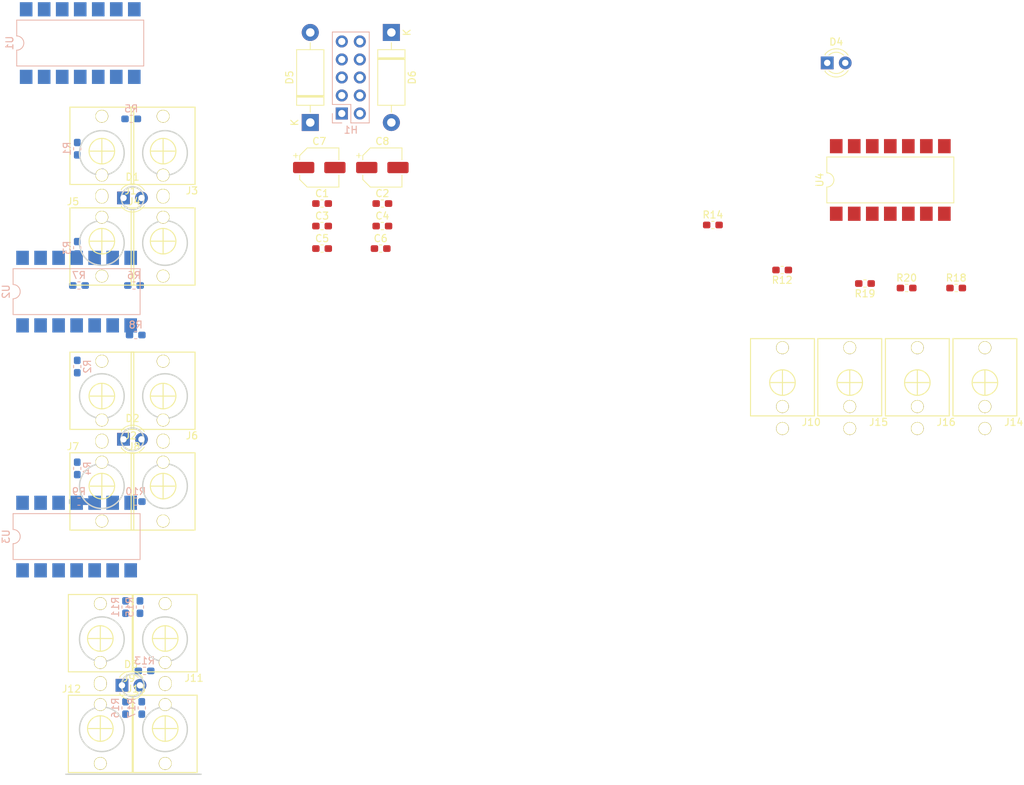
<source format=kicad_pcb>
(kicad_pcb (version 20171130) (host pcbnew "(5.1.2)-1")

  (general
    (thickness 1.6)
    (drawings 17)
    (tracks 0)
    (zones 0)
    (modules 55)
    (nets 54)
  )

  (page A4)
  (layers
    (0 F.Cu signal)
    (31 B.Cu signal)
    (32 B.Adhes user)
    (33 F.Adhes user)
    (34 B.Paste user)
    (35 F.Paste user)
    (36 B.SilkS user)
    (37 F.SilkS user)
    (38 B.Mask user)
    (39 F.Mask user)
    (40 Dwgs.User user)
    (41 Cmts.User user)
    (42 Eco1.User user)
    (43 Eco2.User user)
    (44 Edge.Cuts user)
    (45 Margin user)
    (46 B.CrtYd user)
    (47 F.CrtYd user)
    (48 B.Fab user)
    (49 F.Fab user)
  )

  (setup
    (last_trace_width 0.25)
    (trace_clearance 0.2)
    (zone_clearance 0.508)
    (zone_45_only no)
    (trace_min 0.2)
    (via_size 0.8)
    (via_drill 0.4)
    (via_min_size 0.4)
    (via_min_drill 0.3)
    (uvia_size 0.3)
    (uvia_drill 0.1)
    (uvias_allowed no)
    (uvia_min_size 0.2)
    (uvia_min_drill 0.1)
    (edge_width 0.05)
    (segment_width 0.2)
    (pcb_text_width 0.3)
    (pcb_text_size 1.5 1.5)
    (mod_edge_width 0.12)
    (mod_text_size 1 1)
    (mod_text_width 0.15)
    (pad_size 1.524 1.524)
    (pad_drill 0.762)
    (pad_to_mask_clearance 0.051)
    (solder_mask_min_width 0.25)
    (aux_axis_origin 0 0)
    (grid_origin 88.1 108.56)
    (visible_elements 7FFFFFFF)
    (pcbplotparams
      (layerselection 0x010fc_ffffffff)
      (usegerberextensions false)
      (usegerberattributes false)
      (usegerberadvancedattributes false)
      (creategerberjobfile false)
      (excludeedgelayer true)
      (linewidth 0.100000)
      (plotframeref false)
      (viasonmask false)
      (mode 1)
      (useauxorigin false)
      (hpglpennumber 1)
      (hpglpenspeed 20)
      (hpglpendiameter 15.000000)
      (psnegative false)
      (psa4output false)
      (plotreference true)
      (plotvalue true)
      (plotinvisibletext false)
      (padsonsilk false)
      (subtractmaskfromsilk false)
      (outputformat 1)
      (mirror false)
      (drillshape 1)
      (scaleselection 1)
      (outputdirectory ""))
  )

  (net 0 "")
  (net 1 GND)
  (net 2 "Net-(C1-Pad1)")
  (net 3 "Net-(D1-Pad2)")
  (net 4 "Net-(D1-Pad1)")
  (net 5 "Net-(D2-Pad2)")
  (net 6 "Net-(D2-Pad1)")
  (net 7 "Net-(D3-Pad2)")
  (net 8 "Net-(J1-Pad3)")
  (net 9 "Net-(J3-Pad3)")
  (net 10 "Net-(J3-Pad2)")
  (net 11 "Net-(J4-Pad3)")
  (net 12 "Net-(J4-Pad2)")
  (net 13 "Net-(J6-Pad3)")
  (net 14 "Net-(J6-Pad2)")
  (net 15 "Net-(J7-Pad3)")
  (net 16 "Net-(J7-Pad2)")
  (net 17 "Net-(J8-Pad3)")
  (net 18 "Net-(J8-Pad2)")
  (net 19 "Net-(J9-Pad3)")
  (net 20 "Net-(R8-Pad1)")
  (net 21 "Net-(R9-Pad1)")
  (net 22 "Net-(R10-Pad1)")
  (net 23 "Net-(C2-Pad2)")
  (net 24 "Net-(D4-Pad1)")
  (net 25 "Net-(D5-Pad2)")
  (net 26 "Net-(J10-Pad3)")
  (net 27 "Net-(J11-Pad3)")
  (net 28 "Net-(J11-Pad2)")
  (net 29 "Net-(J12-Pad3)")
  (net 30 "Net-(J12-Pad2)")
  (net 31 "Net-(R5-Pad1)")
  (net 32 "Net-(R15-Pad1)")
  (net 33 "Net-(D3-Pad1)")
  (net 34 "Net-(D4-Pad2)")
  (net 35 "Net-(D6-Pad1)")
  (net 36 "Net-(J2-Pad1)")
  (net 37 "Net-(J5-Pad3)")
  (net 38 "Net-(J5-Pad2)")
  (net 39 "Net-(J13-Pad3)")
  (net 40 "Net-(J13-Pad2)")
  (net 41 "Net-(J14-Pad3)")
  (net 42 "Net-(J14-Pad2)")
  (net 43 "Net-(J15-Pad3)")
  (net 44 "Net-(J15-Pad2)")
  (net 45 "Net-(J16-Pad3)")
  (net 46 "Net-(J16-Pad2)")
  (net 47 "Net-(R6-Pad1)")
  (net 48 "Net-(R7-Pad1)")
  (net 49 "Net-(R16-Pad1)")
  (net 50 "Net-(R17-Pad1)")
  (net 51 "Net-(R18-Pad1)")
  (net 52 "Net-(R19-Pad1)")
  (net 53 "Net-(R20-Pad1)")

  (net_class Default "This is the default net class."
    (clearance 0.2)
    (trace_width 0.25)
    (via_dia 0.8)
    (via_drill 0.4)
    (uvia_dia 0.3)
    (uvia_drill 0.1)
    (add_net GND)
    (add_net "Net-(C1-Pad1)")
    (add_net "Net-(C2-Pad2)")
    (add_net "Net-(D1-Pad1)")
    (add_net "Net-(D1-Pad2)")
    (add_net "Net-(D2-Pad1)")
    (add_net "Net-(D2-Pad2)")
    (add_net "Net-(D3-Pad1)")
    (add_net "Net-(D3-Pad2)")
    (add_net "Net-(D4-Pad1)")
    (add_net "Net-(D4-Pad2)")
    (add_net "Net-(D5-Pad2)")
    (add_net "Net-(D6-Pad1)")
    (add_net "Net-(J1-Pad3)")
    (add_net "Net-(J10-Pad3)")
    (add_net "Net-(J11-Pad2)")
    (add_net "Net-(J11-Pad3)")
    (add_net "Net-(J12-Pad2)")
    (add_net "Net-(J12-Pad3)")
    (add_net "Net-(J13-Pad2)")
    (add_net "Net-(J13-Pad3)")
    (add_net "Net-(J14-Pad2)")
    (add_net "Net-(J14-Pad3)")
    (add_net "Net-(J15-Pad2)")
    (add_net "Net-(J15-Pad3)")
    (add_net "Net-(J16-Pad2)")
    (add_net "Net-(J16-Pad3)")
    (add_net "Net-(J2-Pad1)")
    (add_net "Net-(J3-Pad2)")
    (add_net "Net-(J3-Pad3)")
    (add_net "Net-(J4-Pad2)")
    (add_net "Net-(J4-Pad3)")
    (add_net "Net-(J5-Pad2)")
    (add_net "Net-(J5-Pad3)")
    (add_net "Net-(J6-Pad2)")
    (add_net "Net-(J6-Pad3)")
    (add_net "Net-(J7-Pad2)")
    (add_net "Net-(J7-Pad3)")
    (add_net "Net-(J8-Pad2)")
    (add_net "Net-(J8-Pad3)")
    (add_net "Net-(J9-Pad3)")
    (add_net "Net-(R10-Pad1)")
    (add_net "Net-(R15-Pad1)")
    (add_net "Net-(R16-Pad1)")
    (add_net "Net-(R17-Pad1)")
    (add_net "Net-(R18-Pad1)")
    (add_net "Net-(R19-Pad1)")
    (add_net "Net-(R20-Pad1)")
    (add_net "Net-(R5-Pad1)")
    (add_net "Net-(R6-Pad1)")
    (add_net "Net-(R7-Pad1)")
    (add_net "Net-(R8-Pad1)")
    (add_net "Net-(R9-Pad1)")
  )

  (module Package_DIP:SMDIP-14_W9.53mm (layer F.Cu) (tedit 5A02E8C5) (tstamp 5D4DF4E0)
    (at 180.175 54.585 90)
    (descr "14-lead surface-mounted (SMD) DIP package, row spacing 9.53 mm (375 mils)")
    (tags "SMD DIP DIL PDIP SMDIP 2.54mm 9.53mm 375mil")
    (path /5CDD3D3B)
    (attr smd)
    (fp_text reference U4 (at 0 -9.95 90) (layer F.SilkS)
      (effects (font (size 1 1) (thickness 0.15)))
    )
    (fp_text value TL074 (at 0 9.95 90) (layer F.Fab)
      (effects (font (size 1 1) (thickness 0.15)))
    )
    (fp_text user %R (at 0 0 90) (layer F.Fab)
      (effects (font (size 1 1) (thickness 0.15)))
    )
    (fp_line (start 6.05 -9.15) (end -6.05 -9.15) (layer F.CrtYd) (width 0.05))
    (fp_line (start 6.05 9.15) (end 6.05 -9.15) (layer F.CrtYd) (width 0.05))
    (fp_line (start -6.05 9.15) (end 6.05 9.15) (layer F.CrtYd) (width 0.05))
    (fp_line (start -6.05 -9.15) (end -6.05 9.15) (layer F.CrtYd) (width 0.05))
    (fp_line (start 3.235 -8.95) (end 1 -8.95) (layer F.SilkS) (width 0.12))
    (fp_line (start 3.235 8.95) (end 3.235 -8.95) (layer F.SilkS) (width 0.12))
    (fp_line (start -3.235 8.95) (end 3.235 8.95) (layer F.SilkS) (width 0.12))
    (fp_line (start -3.235 -8.95) (end -3.235 8.95) (layer F.SilkS) (width 0.12))
    (fp_line (start -1 -8.95) (end -3.235 -8.95) (layer F.SilkS) (width 0.12))
    (fp_line (start -3.175 -7.89) (end -2.175 -8.89) (layer F.Fab) (width 0.1))
    (fp_line (start -3.175 8.89) (end -3.175 -7.89) (layer F.Fab) (width 0.1))
    (fp_line (start 3.175 8.89) (end -3.175 8.89) (layer F.Fab) (width 0.1))
    (fp_line (start 3.175 -8.89) (end 3.175 8.89) (layer F.Fab) (width 0.1))
    (fp_line (start -2.175 -8.89) (end 3.175 -8.89) (layer F.Fab) (width 0.1))
    (fp_arc (start 0 -8.95) (end -1 -8.95) (angle -180) (layer F.SilkS) (width 0.12))
    (pad 14 smd rect (at 4.765 -7.62 90) (size 2 1.78) (layers F.Cu F.Paste F.Mask)
      (net 24 "Net-(D4-Pad1)"))
    (pad 7 smd rect (at -4.765 7.62 90) (size 2 1.78) (layers F.Cu F.Paste F.Mask)
      (net 52 "Net-(R19-Pad1)"))
    (pad 13 smd rect (at 4.765 -5.08 90) (size 2 1.78) (layers F.Cu F.Paste F.Mask)
      (net 34 "Net-(D4-Pad2)"))
    (pad 6 smd rect (at -4.765 5.08 90) (size 2 1.78) (layers F.Cu F.Paste F.Mask)
      (net 52 "Net-(R19-Pad1)"))
    (pad 12 smd rect (at 4.765 -2.54 90) (size 2 1.78) (layers F.Cu F.Paste F.Mask)
      (net 26 "Net-(J10-Pad3)"))
    (pad 5 smd rect (at -4.765 2.54 90) (size 2 1.78) (layers F.Cu F.Paste F.Mask)
      (net 26 "Net-(J10-Pad3)"))
    (pad 11 smd rect (at 4.765 0 90) (size 2 1.78) (layers F.Cu F.Paste F.Mask)
      (net 23 "Net-(C2-Pad2)"))
    (pad 4 smd rect (at -4.765 0 90) (size 2 1.78) (layers F.Cu F.Paste F.Mask)
      (net 2 "Net-(C1-Pad1)"))
    (pad 10 smd rect (at 4.765 2.54 90) (size 2 1.78) (layers F.Cu F.Paste F.Mask)
      (net 26 "Net-(J10-Pad3)"))
    (pad 3 smd rect (at -4.765 -2.54 90) (size 2 1.78) (layers F.Cu F.Paste F.Mask)
      (net 26 "Net-(J10-Pad3)"))
    (pad 9 smd rect (at 4.765 5.08 90) (size 2 1.78) (layers F.Cu F.Paste F.Mask)
      (net 53 "Net-(R20-Pad1)"))
    (pad 2 smd rect (at -4.765 -5.08 90) (size 2 1.78) (layers F.Cu F.Paste F.Mask)
      (net 51 "Net-(R18-Pad1)"))
    (pad 8 smd rect (at 4.765 7.62 90) (size 2 1.78) (layers F.Cu F.Paste F.Mask)
      (net 53 "Net-(R20-Pad1)"))
    (pad 1 smd rect (at -4.765 -7.62 90) (size 2 1.78) (layers F.Cu F.Paste F.Mask)
      (net 51 "Net-(R18-Pad1)"))
    (model ${KISYS3DMOD}/Package_DIP.3dshapes/SMDIP-14_W9.53mm.wrl
      (at (xyz 0 0 0))
      (scale (xyz 1 1 1))
      (rotate (xyz 0 0 0))
    )
  )

  (module Package_DIP:SMDIP-14_W9.53mm (layer B.Cu) (tedit 5A02E8C5) (tstamp 5CD1C9BD)
    (at 65.494 104.877 270)
    (descr "14-lead surface-mounted (SMD) DIP package, row spacing 9.53 mm (375 mils)")
    (tags "SMD DIP DIL PDIP SMDIP 2.54mm 9.53mm 375mil")
    (path /5CDD3CA6)
    (attr smd)
    (fp_text reference U3 (at 0 9.95 90) (layer B.SilkS)
      (effects (font (size 1 1) (thickness 0.15)) (justify mirror))
    )
    (fp_text value TL074 (at 0 -9.95 90) (layer B.Fab)
      (effects (font (size 1 1) (thickness 0.15)) (justify mirror))
    )
    (fp_text user %R (at 0 0 90) (layer B.Fab)
      (effects (font (size 1 1) (thickness 0.15)) (justify mirror))
    )
    (fp_line (start 6.05 9.15) (end -6.05 9.15) (layer B.CrtYd) (width 0.05))
    (fp_line (start 6.05 -9.15) (end 6.05 9.15) (layer B.CrtYd) (width 0.05))
    (fp_line (start -6.05 -9.15) (end 6.05 -9.15) (layer B.CrtYd) (width 0.05))
    (fp_line (start -6.05 9.15) (end -6.05 -9.15) (layer B.CrtYd) (width 0.05))
    (fp_line (start 3.235 8.95) (end 1 8.95) (layer B.SilkS) (width 0.12))
    (fp_line (start 3.235 -8.95) (end 3.235 8.95) (layer B.SilkS) (width 0.12))
    (fp_line (start -3.235 -8.95) (end 3.235 -8.95) (layer B.SilkS) (width 0.12))
    (fp_line (start -3.235 8.95) (end -3.235 -8.95) (layer B.SilkS) (width 0.12))
    (fp_line (start -1 8.95) (end -3.235 8.95) (layer B.SilkS) (width 0.12))
    (fp_line (start -3.175 7.89) (end -2.175 8.89) (layer B.Fab) (width 0.1))
    (fp_line (start -3.175 -8.89) (end -3.175 7.89) (layer B.Fab) (width 0.1))
    (fp_line (start 3.175 -8.89) (end -3.175 -8.89) (layer B.Fab) (width 0.1))
    (fp_line (start 3.175 8.89) (end 3.175 -8.89) (layer B.Fab) (width 0.1))
    (fp_line (start -2.175 8.89) (end 3.175 8.89) (layer B.Fab) (width 0.1))
    (fp_arc (start 0 8.95) (end -1 8.95) (angle 180) (layer B.SilkS) (width 0.12))
    (pad 14 smd rect (at 4.765 7.62 270) (size 2 1.78) (layers B.Cu B.Paste B.Mask)
      (net 33 "Net-(D3-Pad1)"))
    (pad 7 smd rect (at -4.765 -7.62 270) (size 2 1.78) (layers B.Cu B.Paste B.Mask)
      (net 49 "Net-(R16-Pad1)"))
    (pad 13 smd rect (at 4.765 5.08 270) (size 2 1.78) (layers B.Cu B.Paste B.Mask)
      (net 7 "Net-(D3-Pad2)"))
    (pad 6 smd rect (at -4.765 -5.08 270) (size 2 1.78) (layers B.Cu B.Paste B.Mask)
      (net 49 "Net-(R16-Pad1)"))
    (pad 12 smd rect (at 4.765 2.54 270) (size 2 1.78) (layers B.Cu B.Paste B.Mask)
      (net 19 "Net-(J9-Pad3)"))
    (pad 5 smd rect (at -4.765 -2.54 270) (size 2 1.78) (layers B.Cu B.Paste B.Mask)
      (net 19 "Net-(J9-Pad3)"))
    (pad 11 smd rect (at 4.765 0 270) (size 2 1.78) (layers B.Cu B.Paste B.Mask)
      (net 23 "Net-(C2-Pad2)"))
    (pad 4 smd rect (at -4.765 0 270) (size 2 1.78) (layers B.Cu B.Paste B.Mask)
      (net 2 "Net-(C1-Pad1)"))
    (pad 10 smd rect (at 4.765 -2.54 270) (size 2 1.78) (layers B.Cu B.Paste B.Mask)
      (net 19 "Net-(J9-Pad3)"))
    (pad 3 smd rect (at -4.765 2.54 270) (size 2 1.78) (layers B.Cu B.Paste B.Mask)
      (net 19 "Net-(J9-Pad3)"))
    (pad 9 smd rect (at 4.765 -5.08 270) (size 2 1.78) (layers B.Cu B.Paste B.Mask)
      (net 50 "Net-(R17-Pad1)"))
    (pad 2 smd rect (at -4.765 5.08 270) (size 2 1.78) (layers B.Cu B.Paste B.Mask)
      (net 32 "Net-(R15-Pad1)"))
    (pad 8 smd rect (at 4.765 -7.62 270) (size 2 1.78) (layers B.Cu B.Paste B.Mask)
      (net 50 "Net-(R17-Pad1)"))
    (pad 1 smd rect (at -4.765 7.62 270) (size 2 1.78) (layers B.Cu B.Paste B.Mask)
      (net 32 "Net-(R15-Pad1)"))
    (model ${KISYS3DMOD}/Package_DIP.3dshapes/SMDIP-14_W9.53mm.wrl
      (at (xyz 0 0 0))
      (scale (xyz 1 1 1))
      (rotate (xyz 0 0 0))
    )
  )

  (module Package_DIP:SMDIP-14_W9.53mm (layer B.Cu) (tedit 5A02E8C5) (tstamp 5CD1C993)
    (at 65.494 70.333 270)
    (descr "14-lead surface-mounted (SMD) DIP package, row spacing 9.53 mm (375 mils)")
    (tags "SMD DIP DIL PDIP SMDIP 2.54mm 9.53mm 375mil")
    (path /5CDC1A66)
    (attr smd)
    (fp_text reference U2 (at 0 9.95 90) (layer B.SilkS)
      (effects (font (size 1 1) (thickness 0.15)) (justify mirror))
    )
    (fp_text value TL074 (at 0 -9.95 90) (layer B.Fab)
      (effects (font (size 1 1) (thickness 0.15)) (justify mirror))
    )
    (fp_text user %R (at 0 0 90) (layer B.Fab)
      (effects (font (size 1 1) (thickness 0.15)) (justify mirror))
    )
    (fp_line (start 6.05 9.15) (end -6.05 9.15) (layer B.CrtYd) (width 0.05))
    (fp_line (start 6.05 -9.15) (end 6.05 9.15) (layer B.CrtYd) (width 0.05))
    (fp_line (start -6.05 -9.15) (end 6.05 -9.15) (layer B.CrtYd) (width 0.05))
    (fp_line (start -6.05 9.15) (end -6.05 -9.15) (layer B.CrtYd) (width 0.05))
    (fp_line (start 3.235 8.95) (end 1 8.95) (layer B.SilkS) (width 0.12))
    (fp_line (start 3.235 -8.95) (end 3.235 8.95) (layer B.SilkS) (width 0.12))
    (fp_line (start -3.235 -8.95) (end 3.235 -8.95) (layer B.SilkS) (width 0.12))
    (fp_line (start -3.235 8.95) (end -3.235 -8.95) (layer B.SilkS) (width 0.12))
    (fp_line (start -1 8.95) (end -3.235 8.95) (layer B.SilkS) (width 0.12))
    (fp_line (start -3.175 7.89) (end -2.175 8.89) (layer B.Fab) (width 0.1))
    (fp_line (start -3.175 -8.89) (end -3.175 7.89) (layer B.Fab) (width 0.1))
    (fp_line (start 3.175 -8.89) (end -3.175 -8.89) (layer B.Fab) (width 0.1))
    (fp_line (start 3.175 8.89) (end 3.175 -8.89) (layer B.Fab) (width 0.1))
    (fp_line (start -2.175 8.89) (end 3.175 8.89) (layer B.Fab) (width 0.1))
    (fp_arc (start 0 8.95) (end -1 8.95) (angle 180) (layer B.SilkS) (width 0.12))
    (pad 14 smd rect (at 4.765 7.62 270) (size 2 1.78) (layers B.Cu B.Paste B.Mask)
      (net 6 "Net-(D2-Pad1)"))
    (pad 7 smd rect (at -4.765 -7.62 270) (size 2 1.78) (layers B.Cu B.Paste B.Mask)
      (net 21 "Net-(R9-Pad1)"))
    (pad 13 smd rect (at 4.765 5.08 270) (size 2 1.78) (layers B.Cu B.Paste B.Mask)
      (net 5 "Net-(D2-Pad2)"))
    (pad 6 smd rect (at -4.765 -5.08 270) (size 2 1.78) (layers B.Cu B.Paste B.Mask)
      (net 21 "Net-(R9-Pad1)"))
    (pad 12 smd rect (at 4.765 2.54 270) (size 2 1.78) (layers B.Cu B.Paste B.Mask)
      (net 36 "Net-(J2-Pad1)"))
    (pad 5 smd rect (at -4.765 -2.54 270) (size 2 1.78) (layers B.Cu B.Paste B.Mask)
      (net 36 "Net-(J2-Pad1)"))
    (pad 11 smd rect (at 4.765 0 270) (size 2 1.78) (layers B.Cu B.Paste B.Mask)
      (net 23 "Net-(C2-Pad2)"))
    (pad 4 smd rect (at -4.765 0 270) (size 2 1.78) (layers B.Cu B.Paste B.Mask)
      (net 2 "Net-(C1-Pad1)"))
    (pad 10 smd rect (at 4.765 -2.54 270) (size 2 1.78) (layers B.Cu B.Paste B.Mask)
      (net 36 "Net-(J2-Pad1)"))
    (pad 3 smd rect (at -4.765 2.54 270) (size 2 1.78) (layers B.Cu B.Paste B.Mask)
      (net 36 "Net-(J2-Pad1)"))
    (pad 9 smd rect (at 4.765 -5.08 270) (size 2 1.78) (layers B.Cu B.Paste B.Mask)
      (net 22 "Net-(R10-Pad1)"))
    (pad 2 smd rect (at -4.765 5.08 270) (size 2 1.78) (layers B.Cu B.Paste B.Mask)
      (net 20 "Net-(R8-Pad1)"))
    (pad 8 smd rect (at 4.765 -7.62 270) (size 2 1.78) (layers B.Cu B.Paste B.Mask)
      (net 22 "Net-(R10-Pad1)"))
    (pad 1 smd rect (at -4.765 7.62 270) (size 2 1.78) (layers B.Cu B.Paste B.Mask)
      (net 20 "Net-(R8-Pad1)"))
    (model ${KISYS3DMOD}/Package_DIP.3dshapes/SMDIP-14_W9.53mm.wrl
      (at (xyz 0 0 0))
      (scale (xyz 1 1 1))
      (rotate (xyz 0 0 0))
    )
  )

  (module Package_DIP:SMDIP-14_W9.53mm (layer B.Cu) (tedit 5A02E8C5) (tstamp 5CD1C969)
    (at 66.002 35.281 270)
    (descr "14-lead surface-mounted (SMD) DIP package, row spacing 9.53 mm (375 mils)")
    (tags "SMD DIP DIL PDIP SMDIP 2.54mm 9.53mm 375mil")
    (path /5CD16B9C)
    (attr smd)
    (fp_text reference U1 (at 0 9.95 90) (layer B.SilkS)
      (effects (font (size 1 1) (thickness 0.15)) (justify mirror))
    )
    (fp_text value TL074 (at 0 -9.95 90) (layer B.Fab)
      (effects (font (size 1 1) (thickness 0.15)) (justify mirror))
    )
    (fp_text user %R (at 0 0 90) (layer B.Fab)
      (effects (font (size 1 1) (thickness 0.15)) (justify mirror))
    )
    (fp_line (start 6.05 9.15) (end -6.05 9.15) (layer B.CrtYd) (width 0.05))
    (fp_line (start 6.05 -9.15) (end 6.05 9.15) (layer B.CrtYd) (width 0.05))
    (fp_line (start -6.05 -9.15) (end 6.05 -9.15) (layer B.CrtYd) (width 0.05))
    (fp_line (start -6.05 9.15) (end -6.05 -9.15) (layer B.CrtYd) (width 0.05))
    (fp_line (start 3.235 8.95) (end 1 8.95) (layer B.SilkS) (width 0.12))
    (fp_line (start 3.235 -8.95) (end 3.235 8.95) (layer B.SilkS) (width 0.12))
    (fp_line (start -3.235 -8.95) (end 3.235 -8.95) (layer B.SilkS) (width 0.12))
    (fp_line (start -3.235 8.95) (end -3.235 -8.95) (layer B.SilkS) (width 0.12))
    (fp_line (start -1 8.95) (end -3.235 8.95) (layer B.SilkS) (width 0.12))
    (fp_line (start -3.175 7.89) (end -2.175 8.89) (layer B.Fab) (width 0.1))
    (fp_line (start -3.175 -8.89) (end -3.175 7.89) (layer B.Fab) (width 0.1))
    (fp_line (start 3.175 -8.89) (end -3.175 -8.89) (layer B.Fab) (width 0.1))
    (fp_line (start 3.175 8.89) (end 3.175 -8.89) (layer B.Fab) (width 0.1))
    (fp_line (start -2.175 8.89) (end 3.175 8.89) (layer B.Fab) (width 0.1))
    (fp_arc (start 0 8.95) (end -1 8.95) (angle 180) (layer B.SilkS) (width 0.12))
    (pad 14 smd rect (at 4.765 7.62 270) (size 2 1.78) (layers B.Cu B.Paste B.Mask)
      (net 4 "Net-(D1-Pad1)"))
    (pad 7 smd rect (at -4.765 -7.62 270) (size 2 1.78) (layers B.Cu B.Paste B.Mask)
      (net 47 "Net-(R6-Pad1)"))
    (pad 13 smd rect (at 4.765 5.08 270) (size 2 1.78) (layers B.Cu B.Paste B.Mask)
      (net 3 "Net-(D1-Pad2)"))
    (pad 6 smd rect (at -4.765 -5.08 270) (size 2 1.78) (layers B.Cu B.Paste B.Mask)
      (net 47 "Net-(R6-Pad1)"))
    (pad 12 smd rect (at 4.765 2.54 270) (size 2 1.78) (layers B.Cu B.Paste B.Mask)
      (net 8 "Net-(J1-Pad3)"))
    (pad 5 smd rect (at -4.765 -2.54 270) (size 2 1.78) (layers B.Cu B.Paste B.Mask)
      (net 8 "Net-(J1-Pad3)"))
    (pad 11 smd rect (at 4.765 0 270) (size 2 1.78) (layers B.Cu B.Paste B.Mask)
      (net 23 "Net-(C2-Pad2)"))
    (pad 4 smd rect (at -4.765 0 270) (size 2 1.78) (layers B.Cu B.Paste B.Mask)
      (net 2 "Net-(C1-Pad1)"))
    (pad 10 smd rect (at 4.765 -2.54 270) (size 2 1.78) (layers B.Cu B.Paste B.Mask)
      (net 8 "Net-(J1-Pad3)"))
    (pad 3 smd rect (at -4.765 2.54 270) (size 2 1.78) (layers B.Cu B.Paste B.Mask)
      (net 8 "Net-(J1-Pad3)"))
    (pad 9 smd rect (at 4.765 -5.08 270) (size 2 1.78) (layers B.Cu B.Paste B.Mask)
      (net 48 "Net-(R7-Pad1)"))
    (pad 2 smd rect (at -4.765 5.08 270) (size 2 1.78) (layers B.Cu B.Paste B.Mask)
      (net 31 "Net-(R5-Pad1)"))
    (pad 8 smd rect (at 4.765 -7.62 270) (size 2 1.78) (layers B.Cu B.Paste B.Mask)
      (net 48 "Net-(R7-Pad1)"))
    (pad 1 smd rect (at -4.765 7.62 270) (size 2 1.78) (layers B.Cu B.Paste B.Mask)
      (net 31 "Net-(R5-Pad1)"))
    (model ${KISYS3DMOD}/Package_DIP.3dshapes/SMDIP-14_W9.53mm.wrl
      (at (xyz 0 0 0))
      (scale (xyz 1 1 1))
      (rotate (xyz 0 0 0))
    )
  )

  (module Resistor_SMD:R_0603_1608Metric_Pad1.05x0.95mm_HandSolder (layer F.Cu) (tedit 5B301BBD) (tstamp 5D4DF45B)
    (at 182.475 69.825)
    (descr "Resistor SMD 0603 (1608 Metric), square (rectangular) end terminal, IPC_7351 nominal with elongated pad for handsoldering. (Body size source: http://www.tortai-tech.com/upload/download/2011102023233369053.pdf), generated with kicad-footprint-generator")
    (tags "resistor handsolder")
    (path /5D9927B1)
    (attr smd)
    (fp_text reference R20 (at 0 -1.43) (layer F.SilkS)
      (effects (font (size 1 1) (thickness 0.15)))
    )
    (fp_text value 51 (at 0 1.43) (layer F.Fab)
      (effects (font (size 1 1) (thickness 0.15)))
    )
    (fp_text user %R (at 0 0) (layer F.Fab)
      (effects (font (size 0.4 0.4) (thickness 0.06)))
    )
    (fp_line (start 1.65 0.73) (end -1.65 0.73) (layer F.CrtYd) (width 0.05))
    (fp_line (start 1.65 -0.73) (end 1.65 0.73) (layer F.CrtYd) (width 0.05))
    (fp_line (start -1.65 -0.73) (end 1.65 -0.73) (layer F.CrtYd) (width 0.05))
    (fp_line (start -1.65 0.73) (end -1.65 -0.73) (layer F.CrtYd) (width 0.05))
    (fp_line (start -0.171267 0.51) (end 0.171267 0.51) (layer F.SilkS) (width 0.12))
    (fp_line (start -0.171267 -0.51) (end 0.171267 -0.51) (layer F.SilkS) (width 0.12))
    (fp_line (start 0.8 0.4) (end -0.8 0.4) (layer F.Fab) (width 0.1))
    (fp_line (start 0.8 -0.4) (end 0.8 0.4) (layer F.Fab) (width 0.1))
    (fp_line (start -0.8 -0.4) (end 0.8 -0.4) (layer F.Fab) (width 0.1))
    (fp_line (start -0.8 0.4) (end -0.8 -0.4) (layer F.Fab) (width 0.1))
    (pad 2 smd roundrect (at 0.875 0) (size 1.05 0.95) (layers F.Cu F.Paste F.Mask) (roundrect_rratio 0.25)
      (net 45 "Net-(J16-Pad3)"))
    (pad 1 smd roundrect (at -0.875 0) (size 1.05 0.95) (layers F.Cu F.Paste F.Mask) (roundrect_rratio 0.25)
      (net 53 "Net-(R20-Pad1)"))
    (model ${KISYS3DMOD}/Resistor_SMD.3dshapes/R_0603_1608Metric.wrl
      (at (xyz 0 0 0))
      (scale (xyz 1 1 1))
      (rotate (xyz 0 0 0))
    )
  )

  (module Resistor_SMD:R_0603_1608Metric_Pad1.05x0.95mm_HandSolder (layer F.Cu) (tedit 5B301BBD) (tstamp 5D4DF44A)
    (at 176.605 69.19 180)
    (descr "Resistor SMD 0603 (1608 Metric), square (rectangular) end terminal, IPC_7351 nominal with elongated pad for handsoldering. (Body size source: http://www.tortai-tech.com/upload/download/2011102023233369053.pdf), generated with kicad-footprint-generator")
    (tags "resistor handsolder")
    (path /5D9927AA)
    (attr smd)
    (fp_text reference R19 (at 0 -1.43) (layer F.SilkS)
      (effects (font (size 1 1) (thickness 0.15)))
    )
    (fp_text value 51 (at 0 1.43) (layer F.Fab)
      (effects (font (size 1 1) (thickness 0.15)))
    )
    (fp_text user %R (at 0 0) (layer F.Fab)
      (effects (font (size 0.4 0.4) (thickness 0.06)))
    )
    (fp_line (start 1.65 0.73) (end -1.65 0.73) (layer F.CrtYd) (width 0.05))
    (fp_line (start 1.65 -0.73) (end 1.65 0.73) (layer F.CrtYd) (width 0.05))
    (fp_line (start -1.65 -0.73) (end 1.65 -0.73) (layer F.CrtYd) (width 0.05))
    (fp_line (start -1.65 0.73) (end -1.65 -0.73) (layer F.CrtYd) (width 0.05))
    (fp_line (start -0.171267 0.51) (end 0.171267 0.51) (layer F.SilkS) (width 0.12))
    (fp_line (start -0.171267 -0.51) (end 0.171267 -0.51) (layer F.SilkS) (width 0.12))
    (fp_line (start 0.8 0.4) (end -0.8 0.4) (layer F.Fab) (width 0.1))
    (fp_line (start 0.8 -0.4) (end 0.8 0.4) (layer F.Fab) (width 0.1))
    (fp_line (start -0.8 -0.4) (end 0.8 -0.4) (layer F.Fab) (width 0.1))
    (fp_line (start -0.8 0.4) (end -0.8 -0.4) (layer F.Fab) (width 0.1))
    (pad 2 smd roundrect (at 0.875 0 180) (size 1.05 0.95) (layers F.Cu F.Paste F.Mask) (roundrect_rratio 0.25)
      (net 43 "Net-(J15-Pad3)"))
    (pad 1 smd roundrect (at -0.875 0 180) (size 1.05 0.95) (layers F.Cu F.Paste F.Mask) (roundrect_rratio 0.25)
      (net 52 "Net-(R19-Pad1)"))
    (model ${KISYS3DMOD}/Resistor_SMD.3dshapes/R_0603_1608Metric.wrl
      (at (xyz 0 0 0))
      (scale (xyz 1 1 1))
      (rotate (xyz 0 0 0))
    )
  )

  (module Resistor_SMD:R_0603_1608Metric_Pad1.05x0.95mm_HandSolder (layer F.Cu) (tedit 5B301BBD) (tstamp 5D4DF439)
    (at 189.46 69.825)
    (descr "Resistor SMD 0603 (1608 Metric), square (rectangular) end terminal, IPC_7351 nominal with elongated pad for handsoldering. (Body size source: http://www.tortai-tech.com/upload/download/2011102023233369053.pdf), generated with kicad-footprint-generator")
    (tags "resistor handsolder")
    (path /5D9927A3)
    (attr smd)
    (fp_text reference R18 (at 0 -1.43) (layer F.SilkS)
      (effects (font (size 1 1) (thickness 0.15)))
    )
    (fp_text value 51 (at 0 1.43) (layer F.Fab)
      (effects (font (size 1 1) (thickness 0.15)))
    )
    (fp_text user %R (at 0 0) (layer F.Fab)
      (effects (font (size 0.4 0.4) (thickness 0.06)))
    )
    (fp_line (start 1.65 0.73) (end -1.65 0.73) (layer F.CrtYd) (width 0.05))
    (fp_line (start 1.65 -0.73) (end 1.65 0.73) (layer F.CrtYd) (width 0.05))
    (fp_line (start -1.65 -0.73) (end 1.65 -0.73) (layer F.CrtYd) (width 0.05))
    (fp_line (start -1.65 0.73) (end -1.65 -0.73) (layer F.CrtYd) (width 0.05))
    (fp_line (start -0.171267 0.51) (end 0.171267 0.51) (layer F.SilkS) (width 0.12))
    (fp_line (start -0.171267 -0.51) (end 0.171267 -0.51) (layer F.SilkS) (width 0.12))
    (fp_line (start 0.8 0.4) (end -0.8 0.4) (layer F.Fab) (width 0.1))
    (fp_line (start 0.8 -0.4) (end 0.8 0.4) (layer F.Fab) (width 0.1))
    (fp_line (start -0.8 -0.4) (end 0.8 -0.4) (layer F.Fab) (width 0.1))
    (fp_line (start -0.8 0.4) (end -0.8 -0.4) (layer F.Fab) (width 0.1))
    (pad 2 smd roundrect (at 0.875 0) (size 1.05 0.95) (layers F.Cu F.Paste F.Mask) (roundrect_rratio 0.25)
      (net 41 "Net-(J14-Pad3)"))
    (pad 1 smd roundrect (at -0.875 0) (size 1.05 0.95) (layers F.Cu F.Paste F.Mask) (roundrect_rratio 0.25)
      (net 51 "Net-(R18-Pad1)"))
    (model ${KISYS3DMOD}/Resistor_SMD.3dshapes/R_0603_1608Metric.wrl
      (at (xyz 0 0 0))
      (scale (xyz 1 1 1))
      (rotate (xyz 0 0 0))
    )
  )

  (module Resistor_SMD:R_0603_1608Metric_Pad1.05x0.95mm_HandSolder (layer F.Cu) (tedit 5B301BBD) (tstamp 5D4DFCE2)
    (at 155.17 60.935)
    (descr "Resistor SMD 0603 (1608 Metric), square (rectangular) end terminal, IPC_7351 nominal with elongated pad for handsoldering. (Body size source: http://www.tortai-tech.com/upload/download/2011102023233369053.pdf), generated with kicad-footprint-generator")
    (tags "resistor handsolder")
    (path /5D99279C)
    (attr smd)
    (fp_text reference R14 (at 0 -1.43) (layer F.SilkS)
      (effects (font (size 1 1) (thickness 0.15)))
    )
    (fp_text value 1k (at 0 1.43) (layer F.Fab)
      (effects (font (size 1 1) (thickness 0.15)))
    )
    (fp_text user %R (at 0 0) (layer F.Fab)
      (effects (font (size 0.4 0.4) (thickness 0.06)))
    )
    (fp_line (start 1.65 0.73) (end -1.65 0.73) (layer F.CrtYd) (width 0.05))
    (fp_line (start 1.65 -0.73) (end 1.65 0.73) (layer F.CrtYd) (width 0.05))
    (fp_line (start -1.65 -0.73) (end 1.65 -0.73) (layer F.CrtYd) (width 0.05))
    (fp_line (start -1.65 0.73) (end -1.65 -0.73) (layer F.CrtYd) (width 0.05))
    (fp_line (start -0.171267 0.51) (end 0.171267 0.51) (layer F.SilkS) (width 0.12))
    (fp_line (start -0.171267 -0.51) (end 0.171267 -0.51) (layer F.SilkS) (width 0.12))
    (fp_line (start 0.8 0.4) (end -0.8 0.4) (layer F.Fab) (width 0.1))
    (fp_line (start 0.8 -0.4) (end 0.8 0.4) (layer F.Fab) (width 0.1))
    (fp_line (start -0.8 -0.4) (end 0.8 -0.4) (layer F.Fab) (width 0.1))
    (fp_line (start -0.8 0.4) (end -0.8 -0.4) (layer F.Fab) (width 0.1))
    (pad 2 smd roundrect (at 0.875 0) (size 1.05 0.95) (layers F.Cu F.Paste F.Mask) (roundrect_rratio 0.25)
      (net 34 "Net-(D4-Pad2)"))
    (pad 1 smd roundrect (at -0.875 0) (size 1.05 0.95) (layers F.Cu F.Paste F.Mask) (roundrect_rratio 0.25)
      (net 1 GND))
    (model ${KISYS3DMOD}/Resistor_SMD.3dshapes/R_0603_1608Metric.wrl
      (at (xyz 0 0 0))
      (scale (xyz 1 1 1))
      (rotate (xyz 0 0 0))
    )
  )

  (module Resistor_SMD:R_0603_1608Metric_Pad1.05x0.95mm_HandSolder (layer F.Cu) (tedit 5B301BBD) (tstamp 5D4DFACB)
    (at 164.935 67.285 180)
    (descr "Resistor SMD 0603 (1608 Metric), square (rectangular) end terminal, IPC_7351 nominal with elongated pad for handsoldering. (Body size source: http://www.tortai-tech.com/upload/download/2011102023233369053.pdf), generated with kicad-footprint-generator")
    (tags "resistor handsolder")
    (path /5D992784)
    (attr smd)
    (fp_text reference R12 (at 0 -1.43) (layer F.SilkS)
      (effects (font (size 1 1) (thickness 0.15)))
    )
    (fp_text value 10m (at 0 1.43) (layer F.Fab)
      (effects (font (size 1 1) (thickness 0.15)))
    )
    (fp_text user %R (at 0 0) (layer F.Fab)
      (effects (font (size 0.4 0.4) (thickness 0.06)))
    )
    (fp_line (start 1.65 0.73) (end -1.65 0.73) (layer F.CrtYd) (width 0.05))
    (fp_line (start 1.65 -0.73) (end 1.65 0.73) (layer F.CrtYd) (width 0.05))
    (fp_line (start -1.65 -0.73) (end 1.65 -0.73) (layer F.CrtYd) (width 0.05))
    (fp_line (start -1.65 0.73) (end -1.65 -0.73) (layer F.CrtYd) (width 0.05))
    (fp_line (start -0.171267 0.51) (end 0.171267 0.51) (layer F.SilkS) (width 0.12))
    (fp_line (start -0.171267 -0.51) (end 0.171267 -0.51) (layer F.SilkS) (width 0.12))
    (fp_line (start 0.8 0.4) (end -0.8 0.4) (layer F.Fab) (width 0.1))
    (fp_line (start 0.8 -0.4) (end 0.8 0.4) (layer F.Fab) (width 0.1))
    (fp_line (start -0.8 -0.4) (end 0.8 -0.4) (layer F.Fab) (width 0.1))
    (fp_line (start -0.8 0.4) (end -0.8 -0.4) (layer F.Fab) (width 0.1))
    (pad 2 smd roundrect (at 0.875 0 180) (size 1.05 0.95) (layers F.Cu F.Paste F.Mask) (roundrect_rratio 0.25)
      (net 1 GND))
    (pad 1 smd roundrect (at -0.875 0 180) (size 1.05 0.95) (layers F.Cu F.Paste F.Mask) (roundrect_rratio 0.25)
      (net 26 "Net-(J10-Pad3)"))
    (model ${KISYS3DMOD}/Resistor_SMD.3dshapes/R_0603_1608Metric.wrl
      (at (xyz 0 0 0))
      (scale (xyz 1 1 1))
      (rotate (xyz 0 0 0))
    )
  )

  (module eurorack:PJ301M-12 (layer F.Cu) (tedit 5819F691) (tstamp 5D4DF2C6)
    (at 183.985 83.16)
    (path /5D9927C4)
    (fp_text reference J16 (at 4.064 5.588) (layer F.SilkS)
      (effects (font (size 1 1) (thickness 0.15)))
    )
    (fp_text value PJ301M-12 (at 0 -7.112) (layer F.Fab)
      (effects (font (size 1 1) (thickness 0.15)))
    )
    (fp_line (start -4.5 -6.2) (end 4.5 -6.2) (layer F.SilkS) (width 0.15))
    (fp_line (start -4.5 4.7) (end 4.5 4.7) (layer F.SilkS) (width 0.15))
    (fp_line (start -4.5 -6.2) (end -4.5 4.7) (layer F.SilkS) (width 0.15))
    (fp_line (start 4.5 -6.2) (end 4.5 4.7) (layer F.SilkS) (width 0.15))
    (fp_circle (center 0 0) (end 1.8 0) (layer F.SilkS) (width 0.15))
    (fp_line (start 0 -1.8) (end 0 1.8) (layer F.SilkS) (width 0.15))
    (fp_line (start -1.8 0) (end 1.8 0) (layer F.SilkS) (width 0.15))
    (pad 3 thru_hole circle (at 0 -4.92) (size 1.8 1.8) (drill 1.6) (layers *.Cu *.Mask F.SilkS)
      (net 45 "Net-(J16-Pad3)"))
    (pad 1 thru_hole circle (at 0 6.48) (size 1.8 1.8) (drill 1.6) (layers *.Cu *.Mask F.SilkS)
      (net 1 GND))
    (pad 2 thru_hole circle (at 0 3.38) (size 1.8 1.8) (drill 1.6) (layers *.Cu *.Mask F.SilkS)
      (net 46 "Net-(J16-Pad2)"))
  )

  (module eurorack:PJ301M-12 (layer F.Cu) (tedit 5819F691) (tstamp 5D4DF2B8)
    (at 174.46 83.16)
    (path /5D9927BE)
    (fp_text reference J15 (at 4.064 5.588) (layer F.SilkS)
      (effects (font (size 1 1) (thickness 0.15)))
    )
    (fp_text value PJ301M-12 (at 0 -7.112) (layer F.Fab)
      (effects (font (size 1 1) (thickness 0.15)))
    )
    (fp_line (start -4.5 -6.2) (end 4.5 -6.2) (layer F.SilkS) (width 0.15))
    (fp_line (start -4.5 4.7) (end 4.5 4.7) (layer F.SilkS) (width 0.15))
    (fp_line (start -4.5 -6.2) (end -4.5 4.7) (layer F.SilkS) (width 0.15))
    (fp_line (start 4.5 -6.2) (end 4.5 4.7) (layer F.SilkS) (width 0.15))
    (fp_circle (center 0 0) (end 1.8 0) (layer F.SilkS) (width 0.15))
    (fp_line (start 0 -1.8) (end 0 1.8) (layer F.SilkS) (width 0.15))
    (fp_line (start -1.8 0) (end 1.8 0) (layer F.SilkS) (width 0.15))
    (pad 3 thru_hole circle (at 0 -4.92) (size 1.8 1.8) (drill 1.6) (layers *.Cu *.Mask F.SilkS)
      (net 43 "Net-(J15-Pad3)"))
    (pad 1 thru_hole circle (at 0 6.48) (size 1.8 1.8) (drill 1.6) (layers *.Cu *.Mask F.SilkS)
      (net 1 GND))
    (pad 2 thru_hole circle (at 0 3.38) (size 1.8 1.8) (drill 1.6) (layers *.Cu *.Mask F.SilkS)
      (net 44 "Net-(J15-Pad2)"))
  )

  (module eurorack:PJ301M-12 (layer F.Cu) (tedit 5819F691) (tstamp 5D4DF2AA)
    (at 193.51 83.16)
    (path /5D9927B8)
    (fp_text reference J14 (at 4.064 5.588) (layer F.SilkS)
      (effects (font (size 1 1) (thickness 0.15)))
    )
    (fp_text value PJ301M-12 (at 0 -7.112) (layer F.Fab)
      (effects (font (size 1 1) (thickness 0.15)))
    )
    (fp_line (start -4.5 -6.2) (end 4.5 -6.2) (layer F.SilkS) (width 0.15))
    (fp_line (start -4.5 4.7) (end 4.5 4.7) (layer F.SilkS) (width 0.15))
    (fp_line (start -4.5 -6.2) (end -4.5 4.7) (layer F.SilkS) (width 0.15))
    (fp_line (start 4.5 -6.2) (end 4.5 4.7) (layer F.SilkS) (width 0.15))
    (fp_circle (center 0 0) (end 1.8 0) (layer F.SilkS) (width 0.15))
    (fp_line (start 0 -1.8) (end 0 1.8) (layer F.SilkS) (width 0.15))
    (fp_line (start -1.8 0) (end 1.8 0) (layer F.SilkS) (width 0.15))
    (pad 3 thru_hole circle (at 0 -4.92) (size 1.8 1.8) (drill 1.6) (layers *.Cu *.Mask F.SilkS)
      (net 41 "Net-(J14-Pad3)"))
    (pad 1 thru_hole circle (at 0 6.48) (size 1.8 1.8) (drill 1.6) (layers *.Cu *.Mask F.SilkS)
      (net 1 GND))
    (pad 2 thru_hole circle (at 0 3.38) (size 1.8 1.8) (drill 1.6) (layers *.Cu *.Mask F.SilkS)
      (net 42 "Net-(J14-Pad2)"))
  )

  (module eurorack:PJ301M-12 (layer F.Cu) (tedit 5819F691) (tstamp 5CD1C816)
    (at 77.978 131.953 180)
    (path /5CDD3D23)
    (fp_text reference J13 (at 4.064 5.588) (layer F.SilkS)
      (effects (font (size 1 1) (thickness 0.15)))
    )
    (fp_text value PJ301M-12 (at 0 -7.112) (layer F.Fab)
      (effects (font (size 1 1) (thickness 0.15)))
    )
    (fp_line (start -4.5 -6.2) (end 4.5 -6.2) (layer F.SilkS) (width 0.15))
    (fp_line (start -4.5 4.7) (end 4.5 4.7) (layer F.SilkS) (width 0.15))
    (fp_line (start -4.5 -6.2) (end -4.5 4.7) (layer F.SilkS) (width 0.15))
    (fp_line (start 4.5 -6.2) (end 4.5 4.7) (layer F.SilkS) (width 0.15))
    (fp_circle (center 0 0) (end 1.8 0) (layer F.SilkS) (width 0.15))
    (fp_line (start 0 -1.8) (end 0 1.8) (layer F.SilkS) (width 0.15))
    (fp_line (start -1.8 0) (end 1.8 0) (layer F.SilkS) (width 0.15))
    (pad 3 thru_hole circle (at 0 -4.92 180) (size 1.8 1.8) (drill 1.6) (layers *.Cu *.Mask F.SilkS)
      (net 39 "Net-(J13-Pad3)"))
    (pad 1 thru_hole circle (at 0 6.48 180) (size 1.8 1.8) (drill 1.6) (layers *.Cu *.Mask F.SilkS)
      (net 1 GND))
    (pad 2 thru_hole circle (at 0 3.38 180) (size 1.8 1.8) (drill 1.6) (layers *.Cu *.Mask F.SilkS)
      (net 40 "Net-(J13-Pad2)"))
  )

  (module eurorack:PJ301M-12 (layer F.Cu) (tedit 5819F691) (tstamp 5CD1C7EC)
    (at 68.834 131.953 180)
    (path /5CDD3D1D)
    (fp_text reference J12 (at 4.064 5.588) (layer F.SilkS)
      (effects (font (size 1 1) (thickness 0.15)))
    )
    (fp_text value PJ301M-12 (at 0 -7.112) (layer F.Fab)
      (effects (font (size 1 1) (thickness 0.15)))
    )
    (fp_line (start -4.5 -6.2) (end 4.5 -6.2) (layer F.SilkS) (width 0.15))
    (fp_line (start -4.5 4.7) (end 4.5 4.7) (layer F.SilkS) (width 0.15))
    (fp_line (start -4.5 -6.2) (end -4.5 4.7) (layer F.SilkS) (width 0.15))
    (fp_line (start 4.5 -6.2) (end 4.5 4.7) (layer F.SilkS) (width 0.15))
    (fp_circle (center 0 0) (end 1.8 0) (layer F.SilkS) (width 0.15))
    (fp_line (start 0 -1.8) (end 0 1.8) (layer F.SilkS) (width 0.15))
    (fp_line (start -1.8 0) (end 1.8 0) (layer F.SilkS) (width 0.15))
    (pad 3 thru_hole circle (at 0 -4.92 180) (size 1.8 1.8) (drill 1.6) (layers *.Cu *.Mask F.SilkS)
      (net 29 "Net-(J12-Pad3)"))
    (pad 1 thru_hole circle (at 0 6.48 180) (size 1.8 1.8) (drill 1.6) (layers *.Cu *.Mask F.SilkS)
      (net 1 GND))
    (pad 2 thru_hole circle (at 0 3.38 180) (size 1.8 1.8) (drill 1.6) (layers *.Cu *.Mask F.SilkS)
      (net 30 "Net-(J12-Pad2)"))
  )

  (module eurorack:PJ301M-12 (layer F.Cu) (tedit 5819F691) (tstamp 5CD1C7C2)
    (at 77.978 119.253)
    (path /5CDD3D17)
    (fp_text reference J11 (at 4.064 5.588) (layer F.SilkS)
      (effects (font (size 1 1) (thickness 0.15)))
    )
    (fp_text value PJ301M-12 (at 0 -7.112) (layer F.Fab)
      (effects (font (size 1 1) (thickness 0.15)))
    )
    (fp_line (start -4.5 -6.2) (end 4.5 -6.2) (layer F.SilkS) (width 0.15))
    (fp_line (start -4.5 4.7) (end 4.5 4.7) (layer F.SilkS) (width 0.15))
    (fp_line (start -4.5 -6.2) (end -4.5 4.7) (layer F.SilkS) (width 0.15))
    (fp_line (start 4.5 -6.2) (end 4.5 4.7) (layer F.SilkS) (width 0.15))
    (fp_circle (center 0 0) (end 1.8 0) (layer F.SilkS) (width 0.15))
    (fp_line (start 0 -1.8) (end 0 1.8) (layer F.SilkS) (width 0.15))
    (fp_line (start -1.8 0) (end 1.8 0) (layer F.SilkS) (width 0.15))
    (pad 3 thru_hole circle (at 0 -4.92) (size 1.8 1.8) (drill 1.6) (layers *.Cu *.Mask F.SilkS)
      (net 27 "Net-(J11-Pad3)"))
    (pad 1 thru_hole circle (at 0 6.48) (size 1.8 1.8) (drill 1.6) (layers *.Cu *.Mask F.SilkS)
      (net 1 GND))
    (pad 2 thru_hole circle (at 0 3.38) (size 1.8 1.8) (drill 1.6) (layers *.Cu *.Mask F.SilkS)
      (net 28 "Net-(J11-Pad2)"))
  )

  (module eurorack:PJ301M-12 (layer F.Cu) (tedit 5819F691) (tstamp 5D4DF275)
    (at 164.975 83.16)
    (path /5D99278B)
    (fp_text reference J10 (at 4.064 5.588) (layer F.SilkS)
      (effects (font (size 1 1) (thickness 0.15)))
    )
    (fp_text value PJ301M-12 (at 0 -7.112) (layer F.Fab)
      (effects (font (size 1 1) (thickness 0.15)))
    )
    (fp_line (start -4.5 -6.2) (end 4.5 -6.2) (layer F.SilkS) (width 0.15))
    (fp_line (start -4.5 4.7) (end 4.5 4.7) (layer F.SilkS) (width 0.15))
    (fp_line (start -4.5 -6.2) (end -4.5 4.7) (layer F.SilkS) (width 0.15))
    (fp_line (start 4.5 -6.2) (end 4.5 4.7) (layer F.SilkS) (width 0.15))
    (fp_circle (center 0 0) (end 1.8 0) (layer F.SilkS) (width 0.15))
    (fp_line (start 0 -1.8) (end 0 1.8) (layer F.SilkS) (width 0.15))
    (fp_line (start -1.8 0) (end 1.8 0) (layer F.SilkS) (width 0.15))
    (pad 3 thru_hole circle (at 0 -4.92) (size 1.8 1.8) (drill 1.6) (layers *.Cu *.Mask F.SilkS)
      (net 26 "Net-(J10-Pad3)"))
    (pad 1 thru_hole circle (at 0 6.48) (size 1.8 1.8) (drill 1.6) (layers *.Cu *.Mask F.SilkS)
      (net 1 GND))
    (pad 2 thru_hole circle (at 0 3.38) (size 1.8 1.8) (drill 1.6) (layers *.Cu *.Mask F.SilkS)
      (net 1 GND))
  )

  (module eurorack:PJ301M-12 (layer F.Cu) (tedit 5819F691) (tstamp 5CD1C840)
    (at 68.834 119.253)
    (path /5CDD3CE2)
    (fp_text reference J9 (at 4.064 5.588) (layer F.SilkS)
      (effects (font (size 1 1) (thickness 0.15)))
    )
    (fp_text value PJ301M-12 (at 0 -7.112) (layer F.Fab)
      (effects (font (size 1 1) (thickness 0.15)))
    )
    (fp_line (start -4.5 -6.2) (end 4.5 -6.2) (layer F.SilkS) (width 0.15))
    (fp_line (start -4.5 4.7) (end 4.5 4.7) (layer F.SilkS) (width 0.15))
    (fp_line (start -4.5 -6.2) (end -4.5 4.7) (layer F.SilkS) (width 0.15))
    (fp_line (start 4.5 -6.2) (end 4.5 4.7) (layer F.SilkS) (width 0.15))
    (fp_circle (center 0 0) (end 1.8 0) (layer F.SilkS) (width 0.15))
    (fp_line (start 0 -1.8) (end 0 1.8) (layer F.SilkS) (width 0.15))
    (fp_line (start -1.8 0) (end 1.8 0) (layer F.SilkS) (width 0.15))
    (pad 3 thru_hole circle (at 0 -4.92) (size 1.8 1.8) (drill 1.6) (layers *.Cu *.Mask F.SilkS)
      (net 19 "Net-(J9-Pad3)"))
    (pad 1 thru_hole circle (at 0 6.48) (size 1.8 1.8) (drill 1.6) (layers *.Cu *.Mask F.SilkS)
      (net 1 GND))
    (pad 2 thru_hole circle (at 0 3.38) (size 1.8 1.8) (drill 1.6) (layers *.Cu *.Mask F.SilkS)
      (net 1 GND))
  )

  (module eurorack:PJ301M-12 (layer F.Cu) (tedit 5819F691) (tstamp 5CD51624)
    (at 77.686 97.765 180)
    (path /5CDC1AE3)
    (fp_text reference J8 (at 4.064 5.588) (layer F.SilkS)
      (effects (font (size 1 1) (thickness 0.15)))
    )
    (fp_text value PJ301M-12 (at 0 -7.112) (layer F.Fab)
      (effects (font (size 1 1) (thickness 0.15)))
    )
    (fp_line (start -4.5 -6.2) (end 4.5 -6.2) (layer F.SilkS) (width 0.15))
    (fp_line (start -4.5 4.7) (end 4.5 4.7) (layer F.SilkS) (width 0.15))
    (fp_line (start -4.5 -6.2) (end -4.5 4.7) (layer F.SilkS) (width 0.15))
    (fp_line (start 4.5 -6.2) (end 4.5 4.7) (layer F.SilkS) (width 0.15))
    (fp_circle (center 0 0) (end 1.8 0) (layer F.SilkS) (width 0.15))
    (fp_line (start 0 -1.8) (end 0 1.8) (layer F.SilkS) (width 0.15))
    (fp_line (start -1.8 0) (end 1.8 0) (layer F.SilkS) (width 0.15))
    (pad 3 thru_hole circle (at 0 -4.92 180) (size 1.8 1.8) (drill 1.6) (layers *.Cu *.Mask F.SilkS)
      (net 17 "Net-(J8-Pad3)"))
    (pad 1 thru_hole circle (at 0 6.48 180) (size 1.8 1.8) (drill 1.6) (layers *.Cu *.Mask F.SilkS)
      (net 1 GND))
    (pad 2 thru_hole circle (at 0 3.38 180) (size 1.8 1.8) (drill 1.6) (layers *.Cu *.Mask F.SilkS)
      (net 18 "Net-(J8-Pad2)"))
  )

  (module eurorack:PJ301M-12 (layer F.Cu) (tedit 5819F691) (tstamp 5CD1C7DE)
    (at 69.05 97.765 180)
    (path /5CDC1ADD)
    (fp_text reference J7 (at 4.064 5.588) (layer F.SilkS)
      (effects (font (size 1 1) (thickness 0.15)))
    )
    (fp_text value PJ301M-12 (at 0 -7.112) (layer F.Fab)
      (effects (font (size 1 1) (thickness 0.15)))
    )
    (fp_line (start -4.5 -6.2) (end 4.5 -6.2) (layer F.SilkS) (width 0.15))
    (fp_line (start -4.5 4.7) (end 4.5 4.7) (layer F.SilkS) (width 0.15))
    (fp_line (start -4.5 -6.2) (end -4.5 4.7) (layer F.SilkS) (width 0.15))
    (fp_line (start 4.5 -6.2) (end 4.5 4.7) (layer F.SilkS) (width 0.15))
    (fp_circle (center 0 0) (end 1.8 0) (layer F.SilkS) (width 0.15))
    (fp_line (start 0 -1.8) (end 0 1.8) (layer F.SilkS) (width 0.15))
    (fp_line (start -1.8 0) (end 1.8 0) (layer F.SilkS) (width 0.15))
    (pad 3 thru_hole circle (at 0 -4.92 180) (size 1.8 1.8) (drill 1.6) (layers *.Cu *.Mask F.SilkS)
      (net 15 "Net-(J7-Pad3)"))
    (pad 1 thru_hole circle (at 0 6.48 180) (size 1.8 1.8) (drill 1.6) (layers *.Cu *.Mask F.SilkS)
      (net 1 GND))
    (pad 2 thru_hole circle (at 0 3.38 180) (size 1.8 1.8) (drill 1.6) (layers *.Cu *.Mask F.SilkS)
      (net 16 "Net-(J7-Pad2)"))
  )

  (module eurorack:PJ301M-12 (layer F.Cu) (tedit 5819F691) (tstamp 5CD1C7B4)
    (at 77.686 85.065)
    (path /5CDC1AD7)
    (fp_text reference J6 (at 4.064 5.588) (layer F.SilkS)
      (effects (font (size 1 1) (thickness 0.15)))
    )
    (fp_text value PJ301M-12 (at 0 -7.112) (layer F.Fab)
      (effects (font (size 1 1) (thickness 0.15)))
    )
    (fp_line (start -4.5 -6.2) (end 4.5 -6.2) (layer F.SilkS) (width 0.15))
    (fp_line (start -4.5 4.7) (end 4.5 4.7) (layer F.SilkS) (width 0.15))
    (fp_line (start -4.5 -6.2) (end -4.5 4.7) (layer F.SilkS) (width 0.15))
    (fp_line (start 4.5 -6.2) (end 4.5 4.7) (layer F.SilkS) (width 0.15))
    (fp_circle (center 0 0) (end 1.8 0) (layer F.SilkS) (width 0.15))
    (fp_line (start 0 -1.8) (end 0 1.8) (layer F.SilkS) (width 0.15))
    (fp_line (start -1.8 0) (end 1.8 0) (layer F.SilkS) (width 0.15))
    (pad 3 thru_hole circle (at 0 -4.92) (size 1.8 1.8) (drill 1.6) (layers *.Cu *.Mask F.SilkS)
      (net 13 "Net-(J6-Pad3)"))
    (pad 1 thru_hole circle (at 0 6.48) (size 1.8 1.8) (drill 1.6) (layers *.Cu *.Mask F.SilkS)
      (net 1 GND))
    (pad 2 thru_hole circle (at 0 3.38) (size 1.8 1.8) (drill 1.6) (layers *.Cu *.Mask F.SilkS)
      (net 14 "Net-(J6-Pad2)"))
  )

  (module eurorack:PJ301M-12 (layer F.Cu) (tedit 5819F691) (tstamp 5CD1C7FA)
    (at 69.05 63.221 180)
    (path /5CD54EDE)
    (fp_text reference J5 (at 4.064 5.588) (layer F.SilkS)
      (effects (font (size 1 1) (thickness 0.15)))
    )
    (fp_text value PJ301M-12 (at 0 -7.112) (layer F.Fab)
      (effects (font (size 1 1) (thickness 0.15)))
    )
    (fp_line (start -4.5 -6.2) (end 4.5 -6.2) (layer F.SilkS) (width 0.15))
    (fp_line (start -4.5 4.7) (end 4.5 4.7) (layer F.SilkS) (width 0.15))
    (fp_line (start -4.5 -6.2) (end -4.5 4.7) (layer F.SilkS) (width 0.15))
    (fp_line (start 4.5 -6.2) (end 4.5 4.7) (layer F.SilkS) (width 0.15))
    (fp_circle (center 0 0) (end 1.8 0) (layer F.SilkS) (width 0.15))
    (fp_line (start 0 -1.8) (end 0 1.8) (layer F.SilkS) (width 0.15))
    (fp_line (start -1.8 0) (end 1.8 0) (layer F.SilkS) (width 0.15))
    (pad 3 thru_hole circle (at 0 -4.92 180) (size 1.8 1.8) (drill 1.6) (layers *.Cu *.Mask F.SilkS)
      (net 37 "Net-(J5-Pad3)"))
    (pad 1 thru_hole circle (at 0 6.48 180) (size 1.8 1.8) (drill 1.6) (layers *.Cu *.Mask F.SilkS)
      (net 1 GND))
    (pad 2 thru_hole circle (at 0 3.38 180) (size 1.8 1.8) (drill 1.6) (layers *.Cu *.Mask F.SilkS)
      (net 38 "Net-(J5-Pad2)"))
  )

  (module eurorack:PJ301M-12 (layer F.Cu) (tedit 5819F691) (tstamp 5CD1F14E)
    (at 77.686 63.221 180)
    (path /5CD549DA)
    (fp_text reference J4 (at 4.064 5.588) (layer F.SilkS)
      (effects (font (size 1 1) (thickness 0.15)))
    )
    (fp_text value PJ301M-12 (at 0 -7.112) (layer F.Fab)
      (effects (font (size 1 1) (thickness 0.15)))
    )
    (fp_line (start -4.5 -6.2) (end 4.5 -6.2) (layer F.SilkS) (width 0.15))
    (fp_line (start -4.5 4.7) (end 4.5 4.7) (layer F.SilkS) (width 0.15))
    (fp_line (start -4.5 -6.2) (end -4.5 4.7) (layer F.SilkS) (width 0.15))
    (fp_line (start 4.5 -6.2) (end 4.5 4.7) (layer F.SilkS) (width 0.15))
    (fp_circle (center 0 0) (end 1.8 0) (layer F.SilkS) (width 0.15))
    (fp_line (start 0 -1.8) (end 0 1.8) (layer F.SilkS) (width 0.15))
    (fp_line (start -1.8 0) (end 1.8 0) (layer F.SilkS) (width 0.15))
    (pad 3 thru_hole circle (at 0 -4.92 180) (size 1.8 1.8) (drill 1.6) (layers *.Cu *.Mask F.SilkS)
      (net 11 "Net-(J4-Pad3)"))
    (pad 1 thru_hole circle (at 0 6.48 180) (size 1.8 1.8) (drill 1.6) (layers *.Cu *.Mask F.SilkS)
      (net 1 GND))
    (pad 2 thru_hole circle (at 0 3.38 180) (size 1.8 1.8) (drill 1.6) (layers *.Cu *.Mask F.SilkS)
      (net 12 "Net-(J4-Pad2)"))
  )

  (module eurorack:PJ301M-12 (layer F.Cu) (tedit 5819F691) (tstamp 5CD1C7A6)
    (at 77.686 50.521)
    (path /5CD505AA)
    (fp_text reference J3 (at 4.064 5.588) (layer F.SilkS)
      (effects (font (size 1 1) (thickness 0.15)))
    )
    (fp_text value PJ301M-12 (at 0 -7.112) (layer F.Fab)
      (effects (font (size 1 1) (thickness 0.15)))
    )
    (fp_line (start -4.5 -6.2) (end 4.5 -6.2) (layer F.SilkS) (width 0.15))
    (fp_line (start -4.5 4.7) (end 4.5 4.7) (layer F.SilkS) (width 0.15))
    (fp_line (start -4.5 -6.2) (end -4.5 4.7) (layer F.SilkS) (width 0.15))
    (fp_line (start 4.5 -6.2) (end 4.5 4.7) (layer F.SilkS) (width 0.15))
    (fp_circle (center 0 0) (end 1.8 0) (layer F.SilkS) (width 0.15))
    (fp_line (start 0 -1.8) (end 0 1.8) (layer F.SilkS) (width 0.15))
    (fp_line (start -1.8 0) (end 1.8 0) (layer F.SilkS) (width 0.15))
    (pad 3 thru_hole circle (at 0 -4.92) (size 1.8 1.8) (drill 1.6) (layers *.Cu *.Mask F.SilkS)
      (net 9 "Net-(J3-Pad3)"))
    (pad 1 thru_hole circle (at 0 6.48) (size 1.8 1.8) (drill 1.6) (layers *.Cu *.Mask F.SilkS)
      (net 1 GND))
    (pad 2 thru_hole circle (at 0 3.38) (size 1.8 1.8) (drill 1.6) (layers *.Cu *.Mask F.SilkS)
      (net 10 "Net-(J3-Pad2)"))
  )

  (module eurorack:PJ301M-12 (layer F.Cu) (tedit 5819F691) (tstamp 5CD1C832)
    (at 69.05 85.065)
    (path /5CDC1AA2)
    (fp_text reference J2 (at 4.064 5.588) (layer F.SilkS)
      (effects (font (size 1 1) (thickness 0.15)))
    )
    (fp_text value PJ301M-12 (at 0 -7.112) (layer F.Fab)
      (effects (font (size 1 1) (thickness 0.15)))
    )
    (fp_line (start -4.5 -6.2) (end 4.5 -6.2) (layer F.SilkS) (width 0.15))
    (fp_line (start -4.5 4.7) (end 4.5 4.7) (layer F.SilkS) (width 0.15))
    (fp_line (start -4.5 -6.2) (end -4.5 4.7) (layer F.SilkS) (width 0.15))
    (fp_line (start 4.5 -6.2) (end 4.5 4.7) (layer F.SilkS) (width 0.15))
    (fp_circle (center 0 0) (end 1.8 0) (layer F.SilkS) (width 0.15))
    (fp_line (start 0 -1.8) (end 0 1.8) (layer F.SilkS) (width 0.15))
    (fp_line (start -1.8 0) (end 1.8 0) (layer F.SilkS) (width 0.15))
    (pad 3 thru_hole circle (at 0 -4.92) (size 1.8 1.8) (drill 1.6) (layers *.Cu *.Mask F.SilkS)
      (net 1 GND))
    (pad 1 thru_hole circle (at 0 6.48) (size 1.8 1.8) (drill 1.6) (layers *.Cu *.Mask F.SilkS)
      (net 36 "Net-(J2-Pad1)"))
    (pad 2 thru_hole circle (at 0 3.38) (size 1.8 1.8) (drill 1.6) (layers *.Cu *.Mask F.SilkS)
      (net 1 GND))
  )

  (module eurorack:PJ301M-12 (layer F.Cu) (tedit 5819F691) (tstamp 5CD1C824)
    (at 69.05 50.521)
    (path /5CD409F7)
    (fp_text reference J1 (at 4.064 5.588) (layer F.SilkS)
      (effects (font (size 1 1) (thickness 0.15)))
    )
    (fp_text value PJ301M-12 (at 0 -7.112) (layer F.Fab)
      (effects (font (size 1 1) (thickness 0.15)))
    )
    (fp_line (start -4.5 -6.2) (end 4.5 -6.2) (layer F.SilkS) (width 0.15))
    (fp_line (start -4.5 4.7) (end 4.5 4.7) (layer F.SilkS) (width 0.15))
    (fp_line (start -4.5 -6.2) (end -4.5 4.7) (layer F.SilkS) (width 0.15))
    (fp_line (start 4.5 -6.2) (end 4.5 4.7) (layer F.SilkS) (width 0.15))
    (fp_circle (center 0 0) (end 1.8 0) (layer F.SilkS) (width 0.15))
    (fp_line (start 0 -1.8) (end 0 1.8) (layer F.SilkS) (width 0.15))
    (fp_line (start -1.8 0) (end 1.8 0) (layer F.SilkS) (width 0.15))
    (pad 3 thru_hole circle (at 0 -4.92) (size 1.8 1.8) (drill 1.6) (layers *.Cu *.Mask F.SilkS)
      (net 8 "Net-(J1-Pad3)"))
    (pad 1 thru_hole circle (at 0 6.48) (size 1.8 1.8) (drill 1.6) (layers *.Cu *.Mask F.SilkS)
      (net 1 GND))
    (pad 2 thru_hole circle (at 0 3.38) (size 1.8 1.8) (drill 1.6) (layers *.Cu *.Mask F.SilkS)
      (net 1 GND))
  )

  (module LED_THT:LED_D3.0mm_FlatTop (layer F.Cu) (tedit 5880A862) (tstamp 5D4DF178)
    (at 171.285 38.075)
    (descr "LED, Round, FlatTop, diameter 3.0mm, 2 pins, http://www.kingbright.com/attachments/file/psearch/000/00/00/L-47XEC(Ver.9A).pdf")
    (tags "LED Round FlatTop diameter 3.0mm 2 pins")
    (path /5D992771)
    (fp_text reference D4 (at 1.27 -2.96) (layer F.SilkS)
      (effects (font (size 1 1) (thickness 0.15)))
    )
    (fp_text value LED (at 1.27 2.96) (layer F.Fab)
      (effects (font (size 1 1) (thickness 0.15)))
    )
    (fp_line (start 3.7 -2.25) (end -1.15 -2.25) (layer F.CrtYd) (width 0.05))
    (fp_line (start 3.7 2.25) (end 3.7 -2.25) (layer F.CrtYd) (width 0.05))
    (fp_line (start -1.15 2.25) (end 3.7 2.25) (layer F.CrtYd) (width 0.05))
    (fp_line (start -1.15 -2.25) (end -1.15 2.25) (layer F.CrtYd) (width 0.05))
    (fp_line (start -0.29 1.08) (end -0.29 1.236) (layer F.SilkS) (width 0.12))
    (fp_line (start -0.29 -1.236) (end -0.29 -1.08) (layer F.SilkS) (width 0.12))
    (fp_line (start -0.23 -1.16619) (end -0.23 1.16619) (layer F.Fab) (width 0.1))
    (fp_circle (center 1.27 0) (end 2.77 0) (layer F.Fab) (width 0.1))
    (fp_arc (start 1.27 0) (end 0.229039 1.08) (angle -87.9) (layer F.SilkS) (width 0.12))
    (fp_arc (start 1.27 0) (end 0.229039 -1.08) (angle 87.9) (layer F.SilkS) (width 0.12))
    (fp_arc (start 1.27 0) (end -0.29 1.235516) (angle -108.8) (layer F.SilkS) (width 0.12))
    (fp_arc (start 1.27 0) (end -0.29 -1.235516) (angle 108.8) (layer F.SilkS) (width 0.12))
    (fp_arc (start 1.27 0) (end -0.23 -1.16619) (angle 284.3) (layer F.Fab) (width 0.1))
    (pad 2 thru_hole circle (at 2.54 0) (size 1.8 1.8) (drill 0.9) (layers *.Cu *.Mask)
      (net 34 "Net-(D4-Pad2)"))
    (pad 1 thru_hole rect (at 0 0) (size 1.8 1.8) (drill 0.9) (layers *.Cu *.Mask)
      (net 24 "Net-(D4-Pad1)"))
    (model ${KISYS3DMOD}/LED_THT.3dshapes/LED_D3.0mm_FlatTop.wrl
      (at (xyz 0 0 0))
      (scale (xyz 1 1 1))
      (rotate (xyz 0 0 0))
    )
  )

  (module Resistor_SMD:R_0603_1608Metric_Pad1.05x0.95mm_HandSolder (layer B.Cu) (tedit 5B301BBD) (tstamp 5CD1C92E)
    (at 65.583 95.264 90)
    (descr "Resistor SMD 0603 (1608 Metric), square (rectangular) end terminal, IPC_7351 nominal with elongated pad for handsoldering. (Body size source: http://www.tortai-tech.com/upload/download/2011102023233369053.pdf), generated with kicad-footprint-generator")
    (tags "resistor handsolder")
    (path /5CDC1ABB)
    (attr smd)
    (fp_text reference R4 (at 0 1.43 270) (layer B.SilkS)
      (effects (font (size 1 1) (thickness 0.15)) (justify mirror))
    )
    (fp_text value 1k (at 0 -1.43 270) (layer B.Fab)
      (effects (font (size 1 1) (thickness 0.15)) (justify mirror))
    )
    (fp_text user %R (at 0 0 270) (layer B.Fab)
      (effects (font (size 0.4 0.4) (thickness 0.06)) (justify mirror))
    )
    (fp_line (start 1.65 -0.73) (end -1.65 -0.73) (layer B.CrtYd) (width 0.05))
    (fp_line (start 1.65 0.73) (end 1.65 -0.73) (layer B.CrtYd) (width 0.05))
    (fp_line (start -1.65 0.73) (end 1.65 0.73) (layer B.CrtYd) (width 0.05))
    (fp_line (start -1.65 -0.73) (end -1.65 0.73) (layer B.CrtYd) (width 0.05))
    (fp_line (start -0.171267 -0.51) (end 0.171267 -0.51) (layer B.SilkS) (width 0.12))
    (fp_line (start -0.171267 0.51) (end 0.171267 0.51) (layer B.SilkS) (width 0.12))
    (fp_line (start 0.8 -0.4) (end -0.8 -0.4) (layer B.Fab) (width 0.1))
    (fp_line (start 0.8 0.4) (end 0.8 -0.4) (layer B.Fab) (width 0.1))
    (fp_line (start -0.8 0.4) (end 0.8 0.4) (layer B.Fab) (width 0.1))
    (fp_line (start -0.8 -0.4) (end -0.8 0.4) (layer B.Fab) (width 0.1))
    (pad 2 smd roundrect (at 0.875 0 90) (size 1.05 0.95) (layers B.Cu B.Paste B.Mask) (roundrect_rratio 0.25)
      (net 5 "Net-(D2-Pad2)"))
    (pad 1 smd roundrect (at -0.875 0 90) (size 1.05 0.95) (layers B.Cu B.Paste B.Mask) (roundrect_rratio 0.25)
      (net 1 GND))
    (model ${KISYS3DMOD}/Resistor_SMD.3dshapes/R_0603_1608Metric.wrl
      (at (xyz 0 0 0))
      (scale (xyz 1 1 1))
      (rotate (xyz 0 0 0))
    )
  )

  (module Resistor_SMD:R_0603_1608Metric_Pad1.05x0.95mm_HandSolder (layer B.Cu) (tedit 5B301BBD) (tstamp 5CD1C8A6)
    (at 72.39 114.822 270)
    (descr "Resistor SMD 0603 (1608 Metric), square (rectangular) end terminal, IPC_7351 nominal with elongated pad for handsoldering. (Body size source: http://www.tortai-tech.com/upload/download/2011102023233369053.pdf), generated with kicad-footprint-generator")
    (tags "resistor handsolder")
    (path /5CDD3CDA)
    (attr smd)
    (fp_text reference R11 (at 0 1.43 270) (layer B.SilkS)
      (effects (font (size 1 1) (thickness 0.15)) (justify mirror))
    )
    (fp_text value 10m (at 0 -1.43 270) (layer B.Fab)
      (effects (font (size 1 1) (thickness 0.15)) (justify mirror))
    )
    (fp_text user %R (at 0 0 270) (layer B.Fab)
      (effects (font (size 0.4 0.4) (thickness 0.06)) (justify mirror))
    )
    (fp_line (start 1.65 -0.73) (end -1.65 -0.73) (layer B.CrtYd) (width 0.05))
    (fp_line (start 1.65 0.73) (end 1.65 -0.73) (layer B.CrtYd) (width 0.05))
    (fp_line (start -1.65 0.73) (end 1.65 0.73) (layer B.CrtYd) (width 0.05))
    (fp_line (start -1.65 -0.73) (end -1.65 0.73) (layer B.CrtYd) (width 0.05))
    (fp_line (start -0.171267 -0.51) (end 0.171267 -0.51) (layer B.SilkS) (width 0.12))
    (fp_line (start -0.171267 0.51) (end 0.171267 0.51) (layer B.SilkS) (width 0.12))
    (fp_line (start 0.8 -0.4) (end -0.8 -0.4) (layer B.Fab) (width 0.1))
    (fp_line (start 0.8 0.4) (end 0.8 -0.4) (layer B.Fab) (width 0.1))
    (fp_line (start -0.8 0.4) (end 0.8 0.4) (layer B.Fab) (width 0.1))
    (fp_line (start -0.8 -0.4) (end -0.8 0.4) (layer B.Fab) (width 0.1))
    (pad 2 smd roundrect (at 0.875 0 270) (size 1.05 0.95) (layers B.Cu B.Paste B.Mask) (roundrect_rratio 0.25)
      (net 1 GND))
    (pad 1 smd roundrect (at -0.875 0 270) (size 1.05 0.95) (layers B.Cu B.Paste B.Mask) (roundrect_rratio 0.25)
      (net 19 "Net-(J9-Pad3)"))
    (model ${KISYS3DMOD}/Resistor_SMD.3dshapes/R_0603_1608Metric.wrl
      (at (xyz 0 0 0))
      (scale (xyz 1 1 1))
      (rotate (xyz 0 0 0))
    )
  )

  (module Resistor_SMD:R_0603_1608Metric_Pad1.05x0.95mm_HandSolder (layer B.Cu) (tedit 5B301BBD) (tstamp 5CD20459)
    (at 73.584 69.469 180)
    (descr "Resistor SMD 0603 (1608 Metric), square (rectangular) end terminal, IPC_7351 nominal with elongated pad for handsoldering. (Body size source: http://www.tortai-tech.com/upload/download/2011102023233369053.pdf), generated with kicad-footprint-generator")
    (tags "resistor handsolder")
    (path /5CD4F82A)
    (attr smd)
    (fp_text reference R6 (at 0 1.43) (layer B.SilkS)
      (effects (font (size 1 1) (thickness 0.15)) (justify mirror))
    )
    (fp_text value 51 (at 0 -1.43) (layer B.Fab)
      (effects (font (size 1 1) (thickness 0.15)) (justify mirror))
    )
    (fp_text user %R (at 0 0) (layer B.Fab)
      (effects (font (size 0.4 0.4) (thickness 0.06)) (justify mirror))
    )
    (fp_line (start 1.65 -0.73) (end -1.65 -0.73) (layer B.CrtYd) (width 0.05))
    (fp_line (start 1.65 0.73) (end 1.65 -0.73) (layer B.CrtYd) (width 0.05))
    (fp_line (start -1.65 0.73) (end 1.65 0.73) (layer B.CrtYd) (width 0.05))
    (fp_line (start -1.65 -0.73) (end -1.65 0.73) (layer B.CrtYd) (width 0.05))
    (fp_line (start -0.171267 -0.51) (end 0.171267 -0.51) (layer B.SilkS) (width 0.12))
    (fp_line (start -0.171267 0.51) (end 0.171267 0.51) (layer B.SilkS) (width 0.12))
    (fp_line (start 0.8 -0.4) (end -0.8 -0.4) (layer B.Fab) (width 0.1))
    (fp_line (start 0.8 0.4) (end 0.8 -0.4) (layer B.Fab) (width 0.1))
    (fp_line (start -0.8 0.4) (end 0.8 0.4) (layer B.Fab) (width 0.1))
    (fp_line (start -0.8 -0.4) (end -0.8 0.4) (layer B.Fab) (width 0.1))
    (pad 2 smd roundrect (at 0.875 0 180) (size 1.05 0.95) (layers B.Cu B.Paste B.Mask) (roundrect_rratio 0.25)
      (net 11 "Net-(J4-Pad3)"))
    (pad 1 smd roundrect (at -0.875 0 180) (size 1.05 0.95) (layers B.Cu B.Paste B.Mask) (roundrect_rratio 0.25)
      (net 47 "Net-(R6-Pad1)"))
    (model ${KISYS3DMOD}/Resistor_SMD.3dshapes/R_0603_1608Metric.wrl
      (at (xyz 0 0 0))
      (scale (xyz 1 1 1))
      (rotate (xyz 0 0 0))
    )
  )

  (module Resistor_SMD:R_0603_1608Metric_Pad1.05x0.95mm_HandSolder (layer B.Cu) (tedit 5B301BBD) (tstamp 5CD1C873)
    (at 74.422 114.822 270)
    (descr "Resistor SMD 0603 (1608 Metric), square (rectangular) end terminal, IPC_7351 nominal with elongated pad for handsoldering. (Body size source: http://www.tortai-tech.com/upload/download/2011102023233369053.pdf), generated with kicad-footprint-generator")
    (tags "resistor handsolder")
    (path /5CDD3D02)
    (attr smd)
    (fp_text reference R15 (at 0 1.43 270) (layer B.SilkS)
      (effects (font (size 1 1) (thickness 0.15)) (justify mirror))
    )
    (fp_text value 51 (at 0 -1.43 270) (layer B.Fab)
      (effects (font (size 1 1) (thickness 0.15)) (justify mirror))
    )
    (fp_text user %R (at 0 0 270) (layer B.Fab)
      (effects (font (size 0.4 0.4) (thickness 0.06)) (justify mirror))
    )
    (fp_line (start 1.65 -0.73) (end -1.65 -0.73) (layer B.CrtYd) (width 0.05))
    (fp_line (start 1.65 0.73) (end 1.65 -0.73) (layer B.CrtYd) (width 0.05))
    (fp_line (start -1.65 0.73) (end 1.65 0.73) (layer B.CrtYd) (width 0.05))
    (fp_line (start -1.65 -0.73) (end -1.65 0.73) (layer B.CrtYd) (width 0.05))
    (fp_line (start -0.171267 -0.51) (end 0.171267 -0.51) (layer B.SilkS) (width 0.12))
    (fp_line (start -0.171267 0.51) (end 0.171267 0.51) (layer B.SilkS) (width 0.12))
    (fp_line (start 0.8 -0.4) (end -0.8 -0.4) (layer B.Fab) (width 0.1))
    (fp_line (start 0.8 0.4) (end 0.8 -0.4) (layer B.Fab) (width 0.1))
    (fp_line (start -0.8 0.4) (end 0.8 0.4) (layer B.Fab) (width 0.1))
    (fp_line (start -0.8 -0.4) (end -0.8 0.4) (layer B.Fab) (width 0.1))
    (pad 2 smd roundrect (at 0.875 0 270) (size 1.05 0.95) (layers B.Cu B.Paste B.Mask) (roundrect_rratio 0.25)
      (net 27 "Net-(J11-Pad3)"))
    (pad 1 smd roundrect (at -0.875 0 270) (size 1.05 0.95) (layers B.Cu B.Paste B.Mask) (roundrect_rratio 0.25)
      (net 32 "Net-(R15-Pad1)"))
    (model ${KISYS3DMOD}/Resistor_SMD.3dshapes/R_0603_1608Metric.wrl
      (at (xyz 0 0 0))
      (scale (xyz 1 1 1))
      (rotate (xyz 0 0 0))
    )
  )

  (module Resistor_SMD:R_0603_1608Metric_Pad1.05x0.95mm_HandSolder (layer B.Cu) (tedit 5B301BBD) (tstamp 5CD1C8C8)
    (at 65.823 99.949 180)
    (descr "Resistor SMD 0603 (1608 Metric), square (rectangular) end terminal, IPC_7351 nominal with elongated pad for handsoldering. (Body size source: http://www.tortai-tech.com/upload/download/2011102023233369053.pdf), generated with kicad-footprint-generator")
    (tags "resistor handsolder")
    (path /5CDC1AC9)
    (attr smd)
    (fp_text reference R9 (at 0 1.43) (layer B.SilkS)
      (effects (font (size 1 1) (thickness 0.15)) (justify mirror))
    )
    (fp_text value 51 (at 0 -1.43) (layer B.Fab)
      (effects (font (size 1 1) (thickness 0.15)) (justify mirror))
    )
    (fp_text user %R (at 0 0) (layer B.Fab)
      (effects (font (size 0.4 0.4) (thickness 0.06)) (justify mirror))
    )
    (fp_line (start 1.65 -0.73) (end -1.65 -0.73) (layer B.CrtYd) (width 0.05))
    (fp_line (start 1.65 0.73) (end 1.65 -0.73) (layer B.CrtYd) (width 0.05))
    (fp_line (start -1.65 0.73) (end 1.65 0.73) (layer B.CrtYd) (width 0.05))
    (fp_line (start -1.65 -0.73) (end -1.65 0.73) (layer B.CrtYd) (width 0.05))
    (fp_line (start -0.171267 -0.51) (end 0.171267 -0.51) (layer B.SilkS) (width 0.12))
    (fp_line (start -0.171267 0.51) (end 0.171267 0.51) (layer B.SilkS) (width 0.12))
    (fp_line (start 0.8 -0.4) (end -0.8 -0.4) (layer B.Fab) (width 0.1))
    (fp_line (start 0.8 0.4) (end 0.8 -0.4) (layer B.Fab) (width 0.1))
    (fp_line (start -0.8 0.4) (end 0.8 0.4) (layer B.Fab) (width 0.1))
    (fp_line (start -0.8 -0.4) (end -0.8 0.4) (layer B.Fab) (width 0.1))
    (pad 2 smd roundrect (at 0.875 0 180) (size 1.05 0.95) (layers B.Cu B.Paste B.Mask) (roundrect_rratio 0.25)
      (net 15 "Net-(J7-Pad3)"))
    (pad 1 smd roundrect (at -0.875 0 180) (size 1.05 0.95) (layers B.Cu B.Paste B.Mask) (roundrect_rratio 0.25)
      (net 21 "Net-(R9-Pad1)"))
    (model ${KISYS3DMOD}/Resistor_SMD.3dshapes/R_0603_1608Metric.wrl
      (at (xyz 0 0 0))
      (scale (xyz 1 1 1))
      (rotate (xyz 0 0 0))
    )
  )

  (module Resistor_SMD:R_0603_1608Metric_Pad1.05x0.95mm_HandSolder (layer B.Cu) (tedit 5B301BBD) (tstamp 5CD1C93F)
    (at 75.071 123.825 180)
    (descr "Resistor SMD 0603 (1608 Metric), square (rectangular) end terminal, IPC_7351 nominal with elongated pad for handsoldering. (Body size source: http://www.tortai-tech.com/upload/download/2011102023233369053.pdf), generated with kicad-footprint-generator")
    (tags "resistor handsolder")
    (path /5CDD3CFB)
    (attr smd)
    (fp_text reference R13 (at 0 1.43 180) (layer B.SilkS)
      (effects (font (size 1 1) (thickness 0.15)) (justify mirror))
    )
    (fp_text value 1k (at 0 -1.43 180) (layer B.Fab)
      (effects (font (size 1 1) (thickness 0.15)) (justify mirror))
    )
    (fp_text user %R (at 0 0 180) (layer B.Fab)
      (effects (font (size 0.4 0.4) (thickness 0.06)) (justify mirror))
    )
    (fp_line (start 1.65 -0.73) (end -1.65 -0.73) (layer B.CrtYd) (width 0.05))
    (fp_line (start 1.65 0.73) (end 1.65 -0.73) (layer B.CrtYd) (width 0.05))
    (fp_line (start -1.65 0.73) (end 1.65 0.73) (layer B.CrtYd) (width 0.05))
    (fp_line (start -1.65 -0.73) (end -1.65 0.73) (layer B.CrtYd) (width 0.05))
    (fp_line (start -0.171267 -0.51) (end 0.171267 -0.51) (layer B.SilkS) (width 0.12))
    (fp_line (start -0.171267 0.51) (end 0.171267 0.51) (layer B.SilkS) (width 0.12))
    (fp_line (start 0.8 -0.4) (end -0.8 -0.4) (layer B.Fab) (width 0.1))
    (fp_line (start 0.8 0.4) (end 0.8 -0.4) (layer B.Fab) (width 0.1))
    (fp_line (start -0.8 0.4) (end 0.8 0.4) (layer B.Fab) (width 0.1))
    (fp_line (start -0.8 -0.4) (end -0.8 0.4) (layer B.Fab) (width 0.1))
    (pad 2 smd roundrect (at 0.875 0 180) (size 1.05 0.95) (layers B.Cu B.Paste B.Mask) (roundrect_rratio 0.25)
      (net 7 "Net-(D3-Pad2)"))
    (pad 1 smd roundrect (at -0.875 0 180) (size 1.05 0.95) (layers B.Cu B.Paste B.Mask) (roundrect_rratio 0.25)
      (net 1 GND))
    (model ${KISYS3DMOD}/Resistor_SMD.3dshapes/R_0603_1608Metric.wrl
      (at (xyz 0 0 0))
      (scale (xyz 1 1 1))
      (rotate (xyz 0 0 0))
    )
  )

  (module Resistor_SMD:R_0603_1608Metric_Pad1.05x0.95mm_HandSolder (layer B.Cu) (tedit 5B301BBD) (tstamp 5CD1C862)
    (at 73.824 76.454 180)
    (descr "Resistor SMD 0603 (1608 Metric), square (rectangular) end terminal, IPC_7351 nominal with elongated pad for handsoldering. (Body size source: http://www.tortai-tech.com/upload/download/2011102023233369053.pdf), generated with kicad-footprint-generator")
    (tags "resistor handsolder")
    (path /5CDC1AC2)
    (attr smd)
    (fp_text reference R8 (at 0 1.43) (layer B.SilkS)
      (effects (font (size 1 1) (thickness 0.15)) (justify mirror))
    )
    (fp_text value 51 (at 0 -1.43) (layer B.Fab)
      (effects (font (size 1 1) (thickness 0.15)) (justify mirror))
    )
    (fp_text user %R (at 0 0) (layer B.Fab)
      (effects (font (size 0.4 0.4) (thickness 0.06)) (justify mirror))
    )
    (fp_line (start 1.65 -0.73) (end -1.65 -0.73) (layer B.CrtYd) (width 0.05))
    (fp_line (start 1.65 0.73) (end 1.65 -0.73) (layer B.CrtYd) (width 0.05))
    (fp_line (start -1.65 0.73) (end 1.65 0.73) (layer B.CrtYd) (width 0.05))
    (fp_line (start -1.65 -0.73) (end -1.65 0.73) (layer B.CrtYd) (width 0.05))
    (fp_line (start -0.171267 -0.51) (end 0.171267 -0.51) (layer B.SilkS) (width 0.12))
    (fp_line (start -0.171267 0.51) (end 0.171267 0.51) (layer B.SilkS) (width 0.12))
    (fp_line (start 0.8 -0.4) (end -0.8 -0.4) (layer B.Fab) (width 0.1))
    (fp_line (start 0.8 0.4) (end 0.8 -0.4) (layer B.Fab) (width 0.1))
    (fp_line (start -0.8 0.4) (end 0.8 0.4) (layer B.Fab) (width 0.1))
    (fp_line (start -0.8 -0.4) (end -0.8 0.4) (layer B.Fab) (width 0.1))
    (pad 2 smd roundrect (at 0.875 0 180) (size 1.05 0.95) (layers B.Cu B.Paste B.Mask) (roundrect_rratio 0.25)
      (net 13 "Net-(J6-Pad3)"))
    (pad 1 smd roundrect (at -0.875 0 180) (size 1.05 0.95) (layers B.Cu B.Paste B.Mask) (roundrect_rratio 0.25)
      (net 20 "Net-(R8-Pad1)"))
    (model ${KISYS3DMOD}/Resistor_SMD.3dshapes/R_0603_1608Metric.wrl
      (at (xyz 0 0 0))
      (scale (xyz 1 1 1))
      (rotate (xyz 0 0 0))
    )
  )

  (module Resistor_SMD:R_0603_1608Metric_Pad1.05x0.95mm_HandSolder (layer B.Cu) (tedit 5B301BBD) (tstamp 5CD1C851)
    (at 73.189 45.974 180)
    (descr "Resistor SMD 0603 (1608 Metric), square (rectangular) end terminal, IPC_7351 nominal with elongated pad for handsoldering. (Body size source: http://www.tortai-tech.com/upload/download/2011102023233369053.pdf), generated with kicad-footprint-generator")
    (tags "resistor handsolder")
    (path /5CD4D97E)
    (attr smd)
    (fp_text reference R5 (at 0 1.43) (layer B.SilkS)
      (effects (font (size 1 1) (thickness 0.15)) (justify mirror))
    )
    (fp_text value 51 (at 0 -1.43) (layer B.Fab)
      (effects (font (size 1 1) (thickness 0.15)) (justify mirror))
    )
    (fp_text user %R (at 0 0) (layer B.Fab)
      (effects (font (size 0.4 0.4) (thickness 0.06)) (justify mirror))
    )
    (fp_line (start 1.65 -0.73) (end -1.65 -0.73) (layer B.CrtYd) (width 0.05))
    (fp_line (start 1.65 0.73) (end 1.65 -0.73) (layer B.CrtYd) (width 0.05))
    (fp_line (start -1.65 0.73) (end 1.65 0.73) (layer B.CrtYd) (width 0.05))
    (fp_line (start -1.65 -0.73) (end -1.65 0.73) (layer B.CrtYd) (width 0.05))
    (fp_line (start -0.171267 -0.51) (end 0.171267 -0.51) (layer B.SilkS) (width 0.12))
    (fp_line (start -0.171267 0.51) (end 0.171267 0.51) (layer B.SilkS) (width 0.12))
    (fp_line (start 0.8 -0.4) (end -0.8 -0.4) (layer B.Fab) (width 0.1))
    (fp_line (start 0.8 0.4) (end 0.8 -0.4) (layer B.Fab) (width 0.1))
    (fp_line (start -0.8 0.4) (end 0.8 0.4) (layer B.Fab) (width 0.1))
    (fp_line (start -0.8 -0.4) (end -0.8 0.4) (layer B.Fab) (width 0.1))
    (pad 2 smd roundrect (at 0.875 0 180) (size 1.05 0.95) (layers B.Cu B.Paste B.Mask) (roundrect_rratio 0.25)
      (net 9 "Net-(J3-Pad3)"))
    (pad 1 smd roundrect (at -0.875 0 180) (size 1.05 0.95) (layers B.Cu B.Paste B.Mask) (roundrect_rratio 0.25)
      (net 31 "Net-(R5-Pad1)"))
    (model ${KISYS3DMOD}/Resistor_SMD.3dshapes/R_0603_1608Metric.wrl
      (at (xyz 0 0 0))
      (scale (xyz 1 1 1))
      (rotate (xyz 0 0 0))
    )
  )

  (module Resistor_SMD:R_0603_1608Metric_Pad1.05x0.95mm_HandSolder (layer B.Cu) (tedit 5B301BBD) (tstamp 5CD204DB)
    (at 73.824 99.949 180)
    (descr "Resistor SMD 0603 (1608 Metric), square (rectangular) end terminal, IPC_7351 nominal with elongated pad for handsoldering. (Body size source: http://www.tortai-tech.com/upload/download/2011102023233369053.pdf), generated with kicad-footprint-generator")
    (tags "resistor handsolder")
    (path /5CDC1AD0)
    (attr smd)
    (fp_text reference R10 (at 0 1.43) (layer B.SilkS)
      (effects (font (size 1 1) (thickness 0.15)) (justify mirror))
    )
    (fp_text value 51 (at 0 -1.43) (layer B.Fab)
      (effects (font (size 1 1) (thickness 0.15)) (justify mirror))
    )
    (fp_text user %R (at 0 0) (layer B.Fab)
      (effects (font (size 0.4 0.4) (thickness 0.06)) (justify mirror))
    )
    (fp_line (start 1.65 -0.73) (end -1.65 -0.73) (layer B.CrtYd) (width 0.05))
    (fp_line (start 1.65 0.73) (end 1.65 -0.73) (layer B.CrtYd) (width 0.05))
    (fp_line (start -1.65 0.73) (end 1.65 0.73) (layer B.CrtYd) (width 0.05))
    (fp_line (start -1.65 -0.73) (end -1.65 0.73) (layer B.CrtYd) (width 0.05))
    (fp_line (start -0.171267 -0.51) (end 0.171267 -0.51) (layer B.SilkS) (width 0.12))
    (fp_line (start -0.171267 0.51) (end 0.171267 0.51) (layer B.SilkS) (width 0.12))
    (fp_line (start 0.8 -0.4) (end -0.8 -0.4) (layer B.Fab) (width 0.1))
    (fp_line (start 0.8 0.4) (end 0.8 -0.4) (layer B.Fab) (width 0.1))
    (fp_line (start -0.8 0.4) (end 0.8 0.4) (layer B.Fab) (width 0.1))
    (fp_line (start -0.8 -0.4) (end -0.8 0.4) (layer B.Fab) (width 0.1))
    (pad 2 smd roundrect (at 0.875 0 180) (size 1.05 0.95) (layers B.Cu B.Paste B.Mask) (roundrect_rratio 0.25)
      (net 17 "Net-(J8-Pad3)"))
    (pad 1 smd roundrect (at -0.875 0 180) (size 1.05 0.95) (layers B.Cu B.Paste B.Mask) (roundrect_rratio 0.25)
      (net 22 "Net-(R10-Pad1)"))
    (model ${KISYS3DMOD}/Resistor_SMD.3dshapes/R_0603_1608Metric.wrl
      (at (xyz 0 0 0))
      (scale (xyz 1 1 1))
      (rotate (xyz 0 0 0))
    )
  )

  (module Resistor_SMD:R_0603_1608Metric_Pad1.05x0.95mm_HandSolder (layer B.Cu) (tedit 5B301BBD) (tstamp 5CD1C8EA)
    (at 65.823 69.469 180)
    (descr "Resistor SMD 0603 (1608 Metric), square (rectangular) end terminal, IPC_7351 nominal with elongated pad for handsoldering. (Body size source: http://www.tortai-tech.com/upload/download/2011102023233369053.pdf), generated with kicad-footprint-generator")
    (tags "resistor handsolder")
    (path /5CD4FF90)
    (attr smd)
    (fp_text reference R7 (at 0 1.43) (layer B.SilkS)
      (effects (font (size 1 1) (thickness 0.15)) (justify mirror))
    )
    (fp_text value 51 (at 0 -1.43) (layer B.Fab)
      (effects (font (size 1 1) (thickness 0.15)) (justify mirror))
    )
    (fp_text user %R (at 0 0) (layer B.Fab)
      (effects (font (size 0.4 0.4) (thickness 0.06)) (justify mirror))
    )
    (fp_line (start 1.65 -0.73) (end -1.65 -0.73) (layer B.CrtYd) (width 0.05))
    (fp_line (start 1.65 0.73) (end 1.65 -0.73) (layer B.CrtYd) (width 0.05))
    (fp_line (start -1.65 0.73) (end 1.65 0.73) (layer B.CrtYd) (width 0.05))
    (fp_line (start -1.65 -0.73) (end -1.65 0.73) (layer B.CrtYd) (width 0.05))
    (fp_line (start -0.171267 -0.51) (end 0.171267 -0.51) (layer B.SilkS) (width 0.12))
    (fp_line (start -0.171267 0.51) (end 0.171267 0.51) (layer B.SilkS) (width 0.12))
    (fp_line (start 0.8 -0.4) (end -0.8 -0.4) (layer B.Fab) (width 0.1))
    (fp_line (start 0.8 0.4) (end 0.8 -0.4) (layer B.Fab) (width 0.1))
    (fp_line (start -0.8 0.4) (end 0.8 0.4) (layer B.Fab) (width 0.1))
    (fp_line (start -0.8 -0.4) (end -0.8 0.4) (layer B.Fab) (width 0.1))
    (pad 2 smd roundrect (at 0.875 0 180) (size 1.05 0.95) (layers B.Cu B.Paste B.Mask) (roundrect_rratio 0.25)
      (net 37 "Net-(J5-Pad3)"))
    (pad 1 smd roundrect (at -0.875 0 180) (size 1.05 0.95) (layers B.Cu B.Paste B.Mask) (roundrect_rratio 0.25)
      (net 48 "Net-(R7-Pad1)"))
    (model ${KISYS3DMOD}/Resistor_SMD.3dshapes/R_0603_1608Metric.wrl
      (at (xyz 0 0 0))
      (scale (xyz 1 1 1))
      (rotate (xyz 0 0 0))
    )
  )

  (module Resistor_SMD:R_0603_1608Metric_Pad1.05x0.95mm_HandSolder (layer B.Cu) (tedit 5B301BBD) (tstamp 5CD1F2E7)
    (at 65.583 50.179 270)
    (descr "Resistor SMD 0603 (1608 Metric), square (rectangular) end terminal, IPC_7351 nominal with elongated pad for handsoldering. (Body size source: http://www.tortai-tech.com/upload/download/2011102023233369053.pdf), generated with kicad-footprint-generator")
    (tags "resistor handsolder")
    (path /5CD3EFF0)
    (attr smd)
    (fp_text reference R1 (at 0 1.43 90) (layer B.SilkS)
      (effects (font (size 1 1) (thickness 0.15)) (justify mirror))
    )
    (fp_text value 10m (at 0 -1.43 90) (layer B.Fab)
      (effects (font (size 1 1) (thickness 0.15)) (justify mirror))
    )
    (fp_text user %R (at 0 0 90) (layer B.Fab)
      (effects (font (size 0.4 0.4) (thickness 0.06)) (justify mirror))
    )
    (fp_line (start 1.65 -0.73) (end -1.65 -0.73) (layer B.CrtYd) (width 0.05))
    (fp_line (start 1.65 0.73) (end 1.65 -0.73) (layer B.CrtYd) (width 0.05))
    (fp_line (start -1.65 0.73) (end 1.65 0.73) (layer B.CrtYd) (width 0.05))
    (fp_line (start -1.65 -0.73) (end -1.65 0.73) (layer B.CrtYd) (width 0.05))
    (fp_line (start -0.171267 -0.51) (end 0.171267 -0.51) (layer B.SilkS) (width 0.12))
    (fp_line (start -0.171267 0.51) (end 0.171267 0.51) (layer B.SilkS) (width 0.12))
    (fp_line (start 0.8 -0.4) (end -0.8 -0.4) (layer B.Fab) (width 0.1))
    (fp_line (start 0.8 0.4) (end 0.8 -0.4) (layer B.Fab) (width 0.1))
    (fp_line (start -0.8 0.4) (end 0.8 0.4) (layer B.Fab) (width 0.1))
    (fp_line (start -0.8 -0.4) (end -0.8 0.4) (layer B.Fab) (width 0.1))
    (pad 2 smd roundrect (at 0.875 0 270) (size 1.05 0.95) (layers B.Cu B.Paste B.Mask) (roundrect_rratio 0.25)
      (net 1 GND))
    (pad 1 smd roundrect (at -0.875 0 270) (size 1.05 0.95) (layers B.Cu B.Paste B.Mask) (roundrect_rratio 0.25)
      (net 8 "Net-(J1-Pad3)"))
    (model ${KISYS3DMOD}/Resistor_SMD.3dshapes/R_0603_1608Metric.wrl
      (at (xyz 0 0 0))
      (scale (xyz 1 1 1))
      (rotate (xyz 0 0 0))
    )
  )

  (module Resistor_SMD:R_0603_1608Metric_Pad1.05x0.95mm_HandSolder (layer B.Cu) (tedit 5B301BBD) (tstamp 5CD1C91D)
    (at 65.583 64.149 270)
    (descr "Resistor SMD 0603 (1608 Metric), square (rectangular) end terminal, IPC_7351 nominal with elongated pad for handsoldering. (Body size source: http://www.tortai-tech.com/upload/download/2011102023233369053.pdf), generated with kicad-footprint-generator")
    (tags "resistor handsolder")
    (path /5CD4B753)
    (attr smd)
    (fp_text reference R3 (at 0 1.43 90) (layer B.SilkS)
      (effects (font (size 1 1) (thickness 0.15)) (justify mirror))
    )
    (fp_text value 1k (at 0 -1.43 90) (layer B.Fab)
      (effects (font (size 1 1) (thickness 0.15)) (justify mirror))
    )
    (fp_text user %R (at 0 0 90) (layer B.Fab)
      (effects (font (size 0.4 0.4) (thickness 0.06)) (justify mirror))
    )
    (fp_line (start 1.65 -0.73) (end -1.65 -0.73) (layer B.CrtYd) (width 0.05))
    (fp_line (start 1.65 0.73) (end 1.65 -0.73) (layer B.CrtYd) (width 0.05))
    (fp_line (start -1.65 0.73) (end 1.65 0.73) (layer B.CrtYd) (width 0.05))
    (fp_line (start -1.65 -0.73) (end -1.65 0.73) (layer B.CrtYd) (width 0.05))
    (fp_line (start -0.171267 -0.51) (end 0.171267 -0.51) (layer B.SilkS) (width 0.12))
    (fp_line (start -0.171267 0.51) (end 0.171267 0.51) (layer B.SilkS) (width 0.12))
    (fp_line (start 0.8 -0.4) (end -0.8 -0.4) (layer B.Fab) (width 0.1))
    (fp_line (start 0.8 0.4) (end 0.8 -0.4) (layer B.Fab) (width 0.1))
    (fp_line (start -0.8 0.4) (end 0.8 0.4) (layer B.Fab) (width 0.1))
    (fp_line (start -0.8 -0.4) (end -0.8 0.4) (layer B.Fab) (width 0.1))
    (pad 2 smd roundrect (at 0.875 0 270) (size 1.05 0.95) (layers B.Cu B.Paste B.Mask) (roundrect_rratio 0.25)
      (net 3 "Net-(D1-Pad2)"))
    (pad 1 smd roundrect (at -0.875 0 270) (size 1.05 0.95) (layers B.Cu B.Paste B.Mask) (roundrect_rratio 0.25)
      (net 1 GND))
    (model ${KISYS3DMOD}/Resistor_SMD.3dshapes/R_0603_1608Metric.wrl
      (at (xyz 0 0 0))
      (scale (xyz 1 1 1))
      (rotate (xyz 0 0 0))
    )
  )

  (module Resistor_SMD:R_0603_1608Metric_Pad1.05x0.95mm_HandSolder (layer B.Cu) (tedit 5B301BBD) (tstamp 5CD1C895)
    (at 65.583 80.899 90)
    (descr "Resistor SMD 0603 (1608 Metric), square (rectangular) end terminal, IPC_7351 nominal with elongated pad for handsoldering. (Body size source: http://www.tortai-tech.com/upload/download/2011102023233369053.pdf), generated with kicad-footprint-generator")
    (tags "resistor handsolder")
    (path /5CDC1A9A)
    (attr smd)
    (fp_text reference R2 (at 0 1.43 270) (layer B.SilkS)
      (effects (font (size 1 1) (thickness 0.15)) (justify mirror))
    )
    (fp_text value 10m (at 0 -1.43 270) (layer B.Fab)
      (effects (font (size 1 1) (thickness 0.15)) (justify mirror))
    )
    (fp_text user %R (at 0 0 270) (layer B.Fab)
      (effects (font (size 0.4 0.4) (thickness 0.06)) (justify mirror))
    )
    (fp_line (start 1.65 -0.73) (end -1.65 -0.73) (layer B.CrtYd) (width 0.05))
    (fp_line (start 1.65 0.73) (end 1.65 -0.73) (layer B.CrtYd) (width 0.05))
    (fp_line (start -1.65 0.73) (end 1.65 0.73) (layer B.CrtYd) (width 0.05))
    (fp_line (start -1.65 -0.73) (end -1.65 0.73) (layer B.CrtYd) (width 0.05))
    (fp_line (start -0.171267 -0.51) (end 0.171267 -0.51) (layer B.SilkS) (width 0.12))
    (fp_line (start -0.171267 0.51) (end 0.171267 0.51) (layer B.SilkS) (width 0.12))
    (fp_line (start 0.8 -0.4) (end -0.8 -0.4) (layer B.Fab) (width 0.1))
    (fp_line (start 0.8 0.4) (end 0.8 -0.4) (layer B.Fab) (width 0.1))
    (fp_line (start -0.8 0.4) (end 0.8 0.4) (layer B.Fab) (width 0.1))
    (fp_line (start -0.8 -0.4) (end -0.8 0.4) (layer B.Fab) (width 0.1))
    (pad 2 smd roundrect (at 0.875 0 90) (size 1.05 0.95) (layers B.Cu B.Paste B.Mask) (roundrect_rratio 0.25)
      (net 1 GND))
    (pad 1 smd roundrect (at -0.875 0 90) (size 1.05 0.95) (layers B.Cu B.Paste B.Mask) (roundrect_rratio 0.25)
      (net 36 "Net-(J2-Pad1)"))
    (model ${KISYS3DMOD}/Resistor_SMD.3dshapes/R_0603_1608Metric.wrl
      (at (xyz 0 0 0))
      (scale (xyz 1 1 1))
      (rotate (xyz 0 0 0))
    )
  )

  (module Resistor_SMD:R_0603_1608Metric_Pad1.05x0.95mm_HandSolder (layer B.Cu) (tedit 5B301BBD) (tstamp 5CD1C90C)
    (at 74.676 129.046 270)
    (descr "Resistor SMD 0603 (1608 Metric), square (rectangular) end terminal, IPC_7351 nominal with elongated pad for handsoldering. (Body size source: http://www.tortai-tech.com/upload/download/2011102023233369053.pdf), generated with kicad-footprint-generator")
    (tags "resistor handsolder")
    (path /5CDD3D10)
    (attr smd)
    (fp_text reference R17 (at 0 1.43 270) (layer B.SilkS)
      (effects (font (size 1 1) (thickness 0.15)) (justify mirror))
    )
    (fp_text value 51 (at 0 -1.43 270) (layer B.Fab)
      (effects (font (size 1 1) (thickness 0.15)) (justify mirror))
    )
    (fp_text user %R (at 0 0 270) (layer B.Fab)
      (effects (font (size 0.4 0.4) (thickness 0.06)) (justify mirror))
    )
    (fp_line (start 1.65 -0.73) (end -1.65 -0.73) (layer B.CrtYd) (width 0.05))
    (fp_line (start 1.65 0.73) (end 1.65 -0.73) (layer B.CrtYd) (width 0.05))
    (fp_line (start -1.65 0.73) (end 1.65 0.73) (layer B.CrtYd) (width 0.05))
    (fp_line (start -1.65 -0.73) (end -1.65 0.73) (layer B.CrtYd) (width 0.05))
    (fp_line (start -0.171267 -0.51) (end 0.171267 -0.51) (layer B.SilkS) (width 0.12))
    (fp_line (start -0.171267 0.51) (end 0.171267 0.51) (layer B.SilkS) (width 0.12))
    (fp_line (start 0.8 -0.4) (end -0.8 -0.4) (layer B.Fab) (width 0.1))
    (fp_line (start 0.8 0.4) (end 0.8 -0.4) (layer B.Fab) (width 0.1))
    (fp_line (start -0.8 0.4) (end 0.8 0.4) (layer B.Fab) (width 0.1))
    (fp_line (start -0.8 -0.4) (end -0.8 0.4) (layer B.Fab) (width 0.1))
    (pad 2 smd roundrect (at 0.875 0 270) (size 1.05 0.95) (layers B.Cu B.Paste B.Mask) (roundrect_rratio 0.25)
      (net 39 "Net-(J13-Pad3)"))
    (pad 1 smd roundrect (at -0.875 0 270) (size 1.05 0.95) (layers B.Cu B.Paste B.Mask) (roundrect_rratio 0.25)
      (net 50 "Net-(R17-Pad1)"))
    (model ${KISYS3DMOD}/Resistor_SMD.3dshapes/R_0603_1608Metric.wrl
      (at (xyz 0 0 0))
      (scale (xyz 1 1 1))
      (rotate (xyz 0 0 0))
    )
  )

  (module Resistor_SMD:R_0603_1608Metric_Pad1.05x0.95mm_HandSolder (layer B.Cu) (tedit 5B301BBD) (tstamp 5CD1C8D9)
    (at 72.39 129.046 270)
    (descr "Resistor SMD 0603 (1608 Metric), square (rectangular) end terminal, IPC_7351 nominal with elongated pad for handsoldering. (Body size source: http://www.tortai-tech.com/upload/download/2011102023233369053.pdf), generated with kicad-footprint-generator")
    (tags "resistor handsolder")
    (path /5CDD3D09)
    (attr smd)
    (fp_text reference R16 (at 0 1.43 90) (layer B.SilkS)
      (effects (font (size 1 1) (thickness 0.15)) (justify mirror))
    )
    (fp_text value 51 (at 0 -1.43 270) (layer B.Fab)
      (effects (font (size 1 1) (thickness 0.15)) (justify mirror))
    )
    (fp_text user %R (at 0 0 270) (layer B.Fab)
      (effects (font (size 0.4 0.4) (thickness 0.06)) (justify mirror))
    )
    (fp_line (start 1.65 -0.73) (end -1.65 -0.73) (layer B.CrtYd) (width 0.05))
    (fp_line (start 1.65 0.73) (end 1.65 -0.73) (layer B.CrtYd) (width 0.05))
    (fp_line (start -1.65 0.73) (end 1.65 0.73) (layer B.CrtYd) (width 0.05))
    (fp_line (start -1.65 -0.73) (end -1.65 0.73) (layer B.CrtYd) (width 0.05))
    (fp_line (start -0.171267 -0.51) (end 0.171267 -0.51) (layer B.SilkS) (width 0.12))
    (fp_line (start -0.171267 0.51) (end 0.171267 0.51) (layer B.SilkS) (width 0.12))
    (fp_line (start 0.8 -0.4) (end -0.8 -0.4) (layer B.Fab) (width 0.1))
    (fp_line (start 0.8 0.4) (end 0.8 -0.4) (layer B.Fab) (width 0.1))
    (fp_line (start -0.8 0.4) (end 0.8 0.4) (layer B.Fab) (width 0.1))
    (fp_line (start -0.8 -0.4) (end -0.8 0.4) (layer B.Fab) (width 0.1))
    (pad 2 smd roundrect (at 0.875 0 270) (size 1.05 0.95) (layers B.Cu B.Paste B.Mask) (roundrect_rratio 0.25)
      (net 29 "Net-(J12-Pad3)"))
    (pad 1 smd roundrect (at -0.875 0 270) (size 1.05 0.95) (layers B.Cu B.Paste B.Mask) (roundrect_rratio 0.25)
      (net 49 "Net-(R16-Pad1)"))
    (model ${KISYS3DMOD}/Resistor_SMD.3dshapes/R_0603_1608Metric.wrl
      (at (xyz 0 0 0))
      (scale (xyz 1 1 1))
      (rotate (xyz 0 0 0))
    )
  )

  (module Capacitor_SMD:C_0603_1608Metric_Pad1.05x0.95mm_HandSolder (layer F.Cu) (tedit 5B301BBE) (tstamp 5CD1C67E)
    (at 100.09 64.262)
    (descr "Capacitor SMD 0603 (1608 Metric), square (rectangular) end terminal, IPC_7351 nominal with elongated pad for handsoldering. (Body size source: http://www.tortai-tech.com/upload/download/2011102023233369053.pdf), generated with kicad-footprint-generator")
    (tags "capacitor handsolder")
    (path /5CD790FE)
    (attr smd)
    (fp_text reference C5 (at 0 -1.43) (layer F.SilkS)
      (effects (font (size 1 1) (thickness 0.15)))
    )
    (fp_text value 100n (at 0 1.43) (layer F.Fab)
      (effects (font (size 1 1) (thickness 0.15)))
    )
    (fp_text user %R (at 0 0) (layer F.Fab)
      (effects (font (size 0.4 0.4) (thickness 0.06)))
    )
    (fp_line (start 1.65 0.73) (end -1.65 0.73) (layer F.CrtYd) (width 0.05))
    (fp_line (start 1.65 -0.73) (end 1.65 0.73) (layer F.CrtYd) (width 0.05))
    (fp_line (start -1.65 -0.73) (end 1.65 -0.73) (layer F.CrtYd) (width 0.05))
    (fp_line (start -1.65 0.73) (end -1.65 -0.73) (layer F.CrtYd) (width 0.05))
    (fp_line (start -0.171267 0.51) (end 0.171267 0.51) (layer F.SilkS) (width 0.12))
    (fp_line (start -0.171267 -0.51) (end 0.171267 -0.51) (layer F.SilkS) (width 0.12))
    (fp_line (start 0.8 0.4) (end -0.8 0.4) (layer F.Fab) (width 0.1))
    (fp_line (start 0.8 -0.4) (end 0.8 0.4) (layer F.Fab) (width 0.1))
    (fp_line (start -0.8 -0.4) (end 0.8 -0.4) (layer F.Fab) (width 0.1))
    (fp_line (start -0.8 0.4) (end -0.8 -0.4) (layer F.Fab) (width 0.1))
    (pad 2 smd roundrect (at 0.875 0) (size 1.05 0.95) (layers F.Cu F.Paste F.Mask) (roundrect_rratio 0.25)
      (net 1 GND))
    (pad 1 smd roundrect (at -0.875 0) (size 1.05 0.95) (layers F.Cu F.Paste F.Mask) (roundrect_rratio 0.25)
      (net 2 "Net-(C1-Pad1)"))
    (model ${KISYS3DMOD}/Capacitor_SMD.3dshapes/C_0603_1608Metric.wrl
      (at (xyz 0 0 0))
      (scale (xyz 1 1 1))
      (rotate (xyz 0 0 0))
    )
  )

  (module Capacitor_SMD:C_0603_1608Metric_Pad1.05x0.95mm_HandSolder (layer F.Cu) (tedit 5B301BBE) (tstamp 5CD1C6B7)
    (at 108.585 57.912)
    (descr "Capacitor SMD 0603 (1608 Metric), square (rectangular) end terminal, IPC_7351 nominal with elongated pad for handsoldering. (Body size source: http://www.tortai-tech.com/upload/download/2011102023233369053.pdf), generated with kicad-footprint-generator")
    (tags "capacitor handsolder")
    (path /5CD7F280)
    (attr smd)
    (fp_text reference C2 (at 0 -1.43) (layer F.SilkS)
      (effects (font (size 1 1) (thickness 0.15)))
    )
    (fp_text value 100n (at 0 1.43) (layer F.Fab)
      (effects (font (size 1 1) (thickness 0.15)))
    )
    (fp_text user %R (at 0 0) (layer F.Fab)
      (effects (font (size 0.4 0.4) (thickness 0.06)))
    )
    (fp_line (start 1.65 0.73) (end -1.65 0.73) (layer F.CrtYd) (width 0.05))
    (fp_line (start 1.65 -0.73) (end 1.65 0.73) (layer F.CrtYd) (width 0.05))
    (fp_line (start -1.65 -0.73) (end 1.65 -0.73) (layer F.CrtYd) (width 0.05))
    (fp_line (start -1.65 0.73) (end -1.65 -0.73) (layer F.CrtYd) (width 0.05))
    (fp_line (start -0.171267 0.51) (end 0.171267 0.51) (layer F.SilkS) (width 0.12))
    (fp_line (start -0.171267 -0.51) (end 0.171267 -0.51) (layer F.SilkS) (width 0.12))
    (fp_line (start 0.8 0.4) (end -0.8 0.4) (layer F.Fab) (width 0.1))
    (fp_line (start 0.8 -0.4) (end 0.8 0.4) (layer F.Fab) (width 0.1))
    (fp_line (start -0.8 -0.4) (end 0.8 -0.4) (layer F.Fab) (width 0.1))
    (fp_line (start -0.8 0.4) (end -0.8 -0.4) (layer F.Fab) (width 0.1))
    (pad 2 smd roundrect (at 0.875 0) (size 1.05 0.95) (layers F.Cu F.Paste F.Mask) (roundrect_rratio 0.25)
      (net 23 "Net-(C2-Pad2)"))
    (pad 1 smd roundrect (at -0.875 0) (size 1.05 0.95) (layers F.Cu F.Paste F.Mask) (roundrect_rratio 0.25)
      (net 1 GND))
    (model ${KISYS3DMOD}/Capacitor_SMD.3dshapes/C_0603_1608Metric.wrl
      (at (xyz 0 0 0))
      (scale (xyz 1 1 1))
      (rotate (xyz 0 0 0))
    )
  )

  (module Capacitor_SMD:C_0603_1608Metric_Pad1.05x0.95mm_HandSolder (layer F.Cu) (tedit 5B301BBE) (tstamp 5CD1C6D9)
    (at 108.345 64.262)
    (descr "Capacitor SMD 0603 (1608 Metric), square (rectangular) end terminal, IPC_7351 nominal with elongated pad for handsoldering. (Body size source: http://www.tortai-tech.com/upload/download/2011102023233369053.pdf), generated with kicad-footprint-generator")
    (tags "capacitor handsolder")
    (path /5CD7F274)
    (attr smd)
    (fp_text reference C6 (at 0 -1.43) (layer F.SilkS)
      (effects (font (size 1 1) (thickness 0.15)))
    )
    (fp_text value 100n (at 0 1.43) (layer F.Fab)
      (effects (font (size 1 1) (thickness 0.15)))
    )
    (fp_text user %R (at 0 0) (layer F.Fab)
      (effects (font (size 0.4 0.4) (thickness 0.06)))
    )
    (fp_line (start 1.65 0.73) (end -1.65 0.73) (layer F.CrtYd) (width 0.05))
    (fp_line (start 1.65 -0.73) (end 1.65 0.73) (layer F.CrtYd) (width 0.05))
    (fp_line (start -1.65 -0.73) (end 1.65 -0.73) (layer F.CrtYd) (width 0.05))
    (fp_line (start -1.65 0.73) (end -1.65 -0.73) (layer F.CrtYd) (width 0.05))
    (fp_line (start -0.171267 0.51) (end 0.171267 0.51) (layer F.SilkS) (width 0.12))
    (fp_line (start -0.171267 -0.51) (end 0.171267 -0.51) (layer F.SilkS) (width 0.12))
    (fp_line (start 0.8 0.4) (end -0.8 0.4) (layer F.Fab) (width 0.1))
    (fp_line (start 0.8 -0.4) (end 0.8 0.4) (layer F.Fab) (width 0.1))
    (fp_line (start -0.8 -0.4) (end 0.8 -0.4) (layer F.Fab) (width 0.1))
    (fp_line (start -0.8 0.4) (end -0.8 -0.4) (layer F.Fab) (width 0.1))
    (pad 2 smd roundrect (at 0.875 0) (size 1.05 0.95) (layers F.Cu F.Paste F.Mask) (roundrect_rratio 0.25)
      (net 23 "Net-(C2-Pad2)"))
    (pad 1 smd roundrect (at -0.875 0) (size 1.05 0.95) (layers F.Cu F.Paste F.Mask) (roundrect_rratio 0.25)
      (net 1 GND))
    (model ${KISYS3DMOD}/Capacitor_SMD.3dshapes/C_0603_1608Metric.wrl
      (at (xyz 0 0 0))
      (scale (xyz 1 1 1))
      (rotate (xyz 0 0 0))
    )
  )

  (module Diode_THT:D_DO-15_P12.70mm_Horizontal (layer F.Cu) (tedit 5AE50CD5) (tstamp 5CD1C759)
    (at 98.425 46.482 90)
    (descr "Diode, DO-15 series, Axial, Horizontal, pin pitch=12.7mm, , length*diameter=7.6*3.6mm^2, , http://www.diodes.com/_files/packages/DO-15.pdf")
    (tags "Diode DO-15 series Axial Horizontal pin pitch 12.7mm  length 7.6mm diameter 3.6mm")
    (path /5CD7693E)
    (fp_text reference D5 (at 6.35 -2.92 90) (layer F.SilkS)
      (effects (font (size 1 1) (thickness 0.15)))
    )
    (fp_text value D (at 6.35 2.92 90) (layer F.Fab)
      (effects (font (size 1 1) (thickness 0.15)))
    )
    (fp_text user K (at 0 -2.2 90) (layer F.SilkS)
      (effects (font (size 1 1) (thickness 0.15)))
    )
    (fp_text user K (at 0 -2.2 90) (layer F.Fab)
      (effects (font (size 1 1) (thickness 0.15)))
    )
    (fp_text user %R (at 6.92 0 90) (layer F.Fab)
      (effects (font (size 1 1) (thickness 0.15)))
    )
    (fp_line (start 14.15 -2.05) (end -1.45 -2.05) (layer F.CrtYd) (width 0.05))
    (fp_line (start 14.15 2.05) (end 14.15 -2.05) (layer F.CrtYd) (width 0.05))
    (fp_line (start -1.45 2.05) (end 14.15 2.05) (layer F.CrtYd) (width 0.05))
    (fp_line (start -1.45 -2.05) (end -1.45 2.05) (layer F.CrtYd) (width 0.05))
    (fp_line (start 3.57 -1.92) (end 3.57 1.92) (layer F.SilkS) (width 0.12))
    (fp_line (start 3.81 -1.92) (end 3.81 1.92) (layer F.SilkS) (width 0.12))
    (fp_line (start 3.69 -1.92) (end 3.69 1.92) (layer F.SilkS) (width 0.12))
    (fp_line (start 11.26 0) (end 10.27 0) (layer F.SilkS) (width 0.12))
    (fp_line (start 1.44 0) (end 2.43 0) (layer F.SilkS) (width 0.12))
    (fp_line (start 10.27 -1.92) (end 2.43 -1.92) (layer F.SilkS) (width 0.12))
    (fp_line (start 10.27 1.92) (end 10.27 -1.92) (layer F.SilkS) (width 0.12))
    (fp_line (start 2.43 1.92) (end 10.27 1.92) (layer F.SilkS) (width 0.12))
    (fp_line (start 2.43 -1.92) (end 2.43 1.92) (layer F.SilkS) (width 0.12))
    (fp_line (start 3.59 -1.8) (end 3.59 1.8) (layer F.Fab) (width 0.1))
    (fp_line (start 3.79 -1.8) (end 3.79 1.8) (layer F.Fab) (width 0.1))
    (fp_line (start 3.69 -1.8) (end 3.69 1.8) (layer F.Fab) (width 0.1))
    (fp_line (start 12.7 0) (end 10.15 0) (layer F.Fab) (width 0.1))
    (fp_line (start 0 0) (end 2.55 0) (layer F.Fab) (width 0.1))
    (fp_line (start 10.15 -1.8) (end 2.55 -1.8) (layer F.Fab) (width 0.1))
    (fp_line (start 10.15 1.8) (end 10.15 -1.8) (layer F.Fab) (width 0.1))
    (fp_line (start 2.55 1.8) (end 10.15 1.8) (layer F.Fab) (width 0.1))
    (fp_line (start 2.55 -1.8) (end 2.55 1.8) (layer F.Fab) (width 0.1))
    (pad 2 thru_hole oval (at 12.7 0 90) (size 2.4 2.4) (drill 1.2) (layers *.Cu *.Mask)
      (net 25 "Net-(D5-Pad2)"))
    (pad 1 thru_hole rect (at 0 0 90) (size 2.4 2.4) (drill 1.2) (layers *.Cu *.Mask)
      (net 2 "Net-(C1-Pad1)"))
    (model ${KISYS3DMOD}/Diode_THT.3dshapes/D_DO-15_P12.70mm_Horizontal.wrl
      (at (xyz 0 0 0))
      (scale (xyz 1 1 1))
      (rotate (xyz 0 0 0))
    )
  )

  (module Capacitor_SMD:CP_Elec_5x5.3 (layer F.Cu) (tedit 5BCA39CF) (tstamp 5CD1C701)
    (at 108.585 52.832)
    (descr "SMD capacitor, aluminum electrolytic, Nichicon, 5.0x5.3mm")
    (tags "capacitor electrolytic")
    (path /5CD7F286)
    (attr smd)
    (fp_text reference C8 (at 0 -3.7) (layer F.SilkS)
      (effects (font (size 1 1) (thickness 0.15)))
    )
    (fp_text value 1.7u (at 0 3.7) (layer F.Fab)
      (effects (font (size 1 1) (thickness 0.15)))
    )
    (fp_text user %R (at 0 0) (layer F.Fab)
      (effects (font (size 1 1) (thickness 0.15)))
    )
    (fp_line (start -3.95 1.05) (end -2.9 1.05) (layer F.CrtYd) (width 0.05))
    (fp_line (start -3.95 -1.05) (end -3.95 1.05) (layer F.CrtYd) (width 0.05))
    (fp_line (start -2.9 -1.05) (end -3.95 -1.05) (layer F.CrtYd) (width 0.05))
    (fp_line (start -2.9 1.05) (end -2.9 1.75) (layer F.CrtYd) (width 0.05))
    (fp_line (start -2.9 -1.75) (end -2.9 -1.05) (layer F.CrtYd) (width 0.05))
    (fp_line (start -2.9 -1.75) (end -1.75 -2.9) (layer F.CrtYd) (width 0.05))
    (fp_line (start -2.9 1.75) (end -1.75 2.9) (layer F.CrtYd) (width 0.05))
    (fp_line (start -1.75 -2.9) (end 2.9 -2.9) (layer F.CrtYd) (width 0.05))
    (fp_line (start -1.75 2.9) (end 2.9 2.9) (layer F.CrtYd) (width 0.05))
    (fp_line (start 2.9 1.05) (end 2.9 2.9) (layer F.CrtYd) (width 0.05))
    (fp_line (start 3.95 1.05) (end 2.9 1.05) (layer F.CrtYd) (width 0.05))
    (fp_line (start 3.95 -1.05) (end 3.95 1.05) (layer F.CrtYd) (width 0.05))
    (fp_line (start 2.9 -1.05) (end 3.95 -1.05) (layer F.CrtYd) (width 0.05))
    (fp_line (start 2.9 -2.9) (end 2.9 -1.05) (layer F.CrtYd) (width 0.05))
    (fp_line (start -3.3125 -1.9975) (end -3.3125 -1.3725) (layer F.SilkS) (width 0.12))
    (fp_line (start -3.625 -1.685) (end -3 -1.685) (layer F.SilkS) (width 0.12))
    (fp_line (start -2.76 1.695563) (end -1.695563 2.76) (layer F.SilkS) (width 0.12))
    (fp_line (start -2.76 -1.695563) (end -1.695563 -2.76) (layer F.SilkS) (width 0.12))
    (fp_line (start -2.76 -1.695563) (end -2.76 -1.06) (layer F.SilkS) (width 0.12))
    (fp_line (start -2.76 1.695563) (end -2.76 1.06) (layer F.SilkS) (width 0.12))
    (fp_line (start -1.695563 2.76) (end 2.76 2.76) (layer F.SilkS) (width 0.12))
    (fp_line (start -1.695563 -2.76) (end 2.76 -2.76) (layer F.SilkS) (width 0.12))
    (fp_line (start 2.76 -2.76) (end 2.76 -1.06) (layer F.SilkS) (width 0.12))
    (fp_line (start 2.76 2.76) (end 2.76 1.06) (layer F.SilkS) (width 0.12))
    (fp_line (start -1.783956 -1.45) (end -1.783956 -0.95) (layer F.Fab) (width 0.1))
    (fp_line (start -2.033956 -1.2) (end -1.533956 -1.2) (layer F.Fab) (width 0.1))
    (fp_line (start -2.65 1.65) (end -1.65 2.65) (layer F.Fab) (width 0.1))
    (fp_line (start -2.65 -1.65) (end -1.65 -2.65) (layer F.Fab) (width 0.1))
    (fp_line (start -2.65 -1.65) (end -2.65 1.65) (layer F.Fab) (width 0.1))
    (fp_line (start -1.65 2.65) (end 2.65 2.65) (layer F.Fab) (width 0.1))
    (fp_line (start -1.65 -2.65) (end 2.65 -2.65) (layer F.Fab) (width 0.1))
    (fp_line (start 2.65 -2.65) (end 2.65 2.65) (layer F.Fab) (width 0.1))
    (fp_circle (center 0 0) (end 2.5 0) (layer F.Fab) (width 0.1))
    (pad 2 smd roundrect (at 2.2 0) (size 3 1.6) (layers F.Cu F.Paste F.Mask) (roundrect_rratio 0.15625)
      (net 23 "Net-(C2-Pad2)"))
    (pad 1 smd roundrect (at -2.2 0) (size 3 1.6) (layers F.Cu F.Paste F.Mask) (roundrect_rratio 0.15625)
      (net 1 GND))
    (model ${KISYS3DMOD}/Capacitor_SMD.3dshapes/CP_Elec_5x5.3.wrl
      (at (xyz 0 0 0))
      (scale (xyz 1 1 1))
      (rotate (xyz 0 0 0))
    )
  )

  (module Capacitor_SMD:C_0603_1608Metric_Pad1.05x0.95mm_HandSolder (layer F.Cu) (tedit 5B301BBE) (tstamp 5CD1C66D)
    (at 100.09 61.087)
    (descr "Capacitor SMD 0603 (1608 Metric), square (rectangular) end terminal, IPC_7351 nominal with elongated pad for handsoldering. (Body size source: http://www.tortai-tech.com/upload/download/2011102023233369053.pdf), generated with kicad-footprint-generator")
    (tags "capacitor handsolder")
    (path /5CD7B5EC)
    (attr smd)
    (fp_text reference C3 (at 0 -1.43) (layer F.SilkS)
      (effects (font (size 1 1) (thickness 0.15)))
    )
    (fp_text value 100n (at 0 1.43) (layer F.Fab)
      (effects (font (size 1 1) (thickness 0.15)))
    )
    (fp_text user %R (at 0 0) (layer F.Fab)
      (effects (font (size 0.4 0.4) (thickness 0.06)))
    )
    (fp_line (start 1.65 0.73) (end -1.65 0.73) (layer F.CrtYd) (width 0.05))
    (fp_line (start 1.65 -0.73) (end 1.65 0.73) (layer F.CrtYd) (width 0.05))
    (fp_line (start -1.65 -0.73) (end 1.65 -0.73) (layer F.CrtYd) (width 0.05))
    (fp_line (start -1.65 0.73) (end -1.65 -0.73) (layer F.CrtYd) (width 0.05))
    (fp_line (start -0.171267 0.51) (end 0.171267 0.51) (layer F.SilkS) (width 0.12))
    (fp_line (start -0.171267 -0.51) (end 0.171267 -0.51) (layer F.SilkS) (width 0.12))
    (fp_line (start 0.8 0.4) (end -0.8 0.4) (layer F.Fab) (width 0.1))
    (fp_line (start 0.8 -0.4) (end 0.8 0.4) (layer F.Fab) (width 0.1))
    (fp_line (start -0.8 -0.4) (end 0.8 -0.4) (layer F.Fab) (width 0.1))
    (fp_line (start -0.8 0.4) (end -0.8 -0.4) (layer F.Fab) (width 0.1))
    (pad 2 smd roundrect (at 0.875 0) (size 1.05 0.95) (layers F.Cu F.Paste F.Mask) (roundrect_rratio 0.25)
      (net 1 GND))
    (pad 1 smd roundrect (at -0.875 0) (size 1.05 0.95) (layers F.Cu F.Paste F.Mask) (roundrect_rratio 0.25)
      (net 2 "Net-(C1-Pad1)"))
    (model ${KISYS3DMOD}/Capacitor_SMD.3dshapes/C_0603_1608Metric.wrl
      (at (xyz 0 0 0))
      (scale (xyz 1 1 1))
      (rotate (xyz 0 0 0))
    )
  )

  (module Capacitor_SMD:C_0603_1608Metric_Pad1.05x0.95mm_HandSolder (layer F.Cu) (tedit 5B301BBE) (tstamp 5CD1C65C)
    (at 100.09 57.912)
    (descr "Capacitor SMD 0603 (1608 Metric), square (rectangular) end terminal, IPC_7351 nominal with elongated pad for handsoldering. (Body size source: http://www.tortai-tech.com/upload/download/2011102023233369053.pdf), generated with kicad-footprint-generator")
    (tags "capacitor handsolder")
    (path /5CD7B926)
    (attr smd)
    (fp_text reference C1 (at 0 -1.43) (layer F.SilkS)
      (effects (font (size 1 1) (thickness 0.15)))
    )
    (fp_text value 100n (at 0 1.43) (layer F.Fab)
      (effects (font (size 1 1) (thickness 0.15)))
    )
    (fp_text user %R (at 0 0) (layer F.Fab)
      (effects (font (size 0.4 0.4) (thickness 0.06)))
    )
    (fp_line (start 1.65 0.73) (end -1.65 0.73) (layer F.CrtYd) (width 0.05))
    (fp_line (start 1.65 -0.73) (end 1.65 0.73) (layer F.CrtYd) (width 0.05))
    (fp_line (start -1.65 -0.73) (end 1.65 -0.73) (layer F.CrtYd) (width 0.05))
    (fp_line (start -1.65 0.73) (end -1.65 -0.73) (layer F.CrtYd) (width 0.05))
    (fp_line (start -0.171267 0.51) (end 0.171267 0.51) (layer F.SilkS) (width 0.12))
    (fp_line (start -0.171267 -0.51) (end 0.171267 -0.51) (layer F.SilkS) (width 0.12))
    (fp_line (start 0.8 0.4) (end -0.8 0.4) (layer F.Fab) (width 0.1))
    (fp_line (start 0.8 -0.4) (end 0.8 0.4) (layer F.Fab) (width 0.1))
    (fp_line (start -0.8 -0.4) (end 0.8 -0.4) (layer F.Fab) (width 0.1))
    (fp_line (start -0.8 0.4) (end -0.8 -0.4) (layer F.Fab) (width 0.1))
    (pad 2 smd roundrect (at 0.875 0) (size 1.05 0.95) (layers F.Cu F.Paste F.Mask) (roundrect_rratio 0.25)
      (net 1 GND))
    (pad 1 smd roundrect (at -0.875 0) (size 1.05 0.95) (layers F.Cu F.Paste F.Mask) (roundrect_rratio 0.25)
      (net 2 "Net-(C1-Pad1)"))
    (model ${KISYS3DMOD}/Capacitor_SMD.3dshapes/C_0603_1608Metric.wrl
      (at (xyz 0 0 0))
      (scale (xyz 1 1 1))
      (rotate (xyz 0 0 0))
    )
  )

  (module Capacitor_SMD:CP_Elec_5x5.3 (layer F.Cu) (tedit 5BCA39CF) (tstamp 5CD1C6A6)
    (at 99.695 52.832)
    (descr "SMD capacitor, aluminum electrolytic, Nichicon, 5.0x5.3mm")
    (tags "capacitor electrolytic")
    (path /5CD7BBC3)
    (attr smd)
    (fp_text reference C7 (at 0 -3.7) (layer F.SilkS)
      (effects (font (size 1 1) (thickness 0.15)))
    )
    (fp_text value 1.7u (at 0 3.7) (layer F.Fab)
      (effects (font (size 1 1) (thickness 0.15)))
    )
    (fp_text user %R (at 0 0) (layer F.Fab)
      (effects (font (size 1 1) (thickness 0.15)))
    )
    (fp_line (start -3.95 1.05) (end -2.9 1.05) (layer F.CrtYd) (width 0.05))
    (fp_line (start -3.95 -1.05) (end -3.95 1.05) (layer F.CrtYd) (width 0.05))
    (fp_line (start -2.9 -1.05) (end -3.95 -1.05) (layer F.CrtYd) (width 0.05))
    (fp_line (start -2.9 1.05) (end -2.9 1.75) (layer F.CrtYd) (width 0.05))
    (fp_line (start -2.9 -1.75) (end -2.9 -1.05) (layer F.CrtYd) (width 0.05))
    (fp_line (start -2.9 -1.75) (end -1.75 -2.9) (layer F.CrtYd) (width 0.05))
    (fp_line (start -2.9 1.75) (end -1.75 2.9) (layer F.CrtYd) (width 0.05))
    (fp_line (start -1.75 -2.9) (end 2.9 -2.9) (layer F.CrtYd) (width 0.05))
    (fp_line (start -1.75 2.9) (end 2.9 2.9) (layer F.CrtYd) (width 0.05))
    (fp_line (start 2.9 1.05) (end 2.9 2.9) (layer F.CrtYd) (width 0.05))
    (fp_line (start 3.95 1.05) (end 2.9 1.05) (layer F.CrtYd) (width 0.05))
    (fp_line (start 3.95 -1.05) (end 3.95 1.05) (layer F.CrtYd) (width 0.05))
    (fp_line (start 2.9 -1.05) (end 3.95 -1.05) (layer F.CrtYd) (width 0.05))
    (fp_line (start 2.9 -2.9) (end 2.9 -1.05) (layer F.CrtYd) (width 0.05))
    (fp_line (start -3.3125 -1.9975) (end -3.3125 -1.3725) (layer F.SilkS) (width 0.12))
    (fp_line (start -3.625 -1.685) (end -3 -1.685) (layer F.SilkS) (width 0.12))
    (fp_line (start -2.76 1.695563) (end -1.695563 2.76) (layer F.SilkS) (width 0.12))
    (fp_line (start -2.76 -1.695563) (end -1.695563 -2.76) (layer F.SilkS) (width 0.12))
    (fp_line (start -2.76 -1.695563) (end -2.76 -1.06) (layer F.SilkS) (width 0.12))
    (fp_line (start -2.76 1.695563) (end -2.76 1.06) (layer F.SilkS) (width 0.12))
    (fp_line (start -1.695563 2.76) (end 2.76 2.76) (layer F.SilkS) (width 0.12))
    (fp_line (start -1.695563 -2.76) (end 2.76 -2.76) (layer F.SilkS) (width 0.12))
    (fp_line (start 2.76 -2.76) (end 2.76 -1.06) (layer F.SilkS) (width 0.12))
    (fp_line (start 2.76 2.76) (end 2.76 1.06) (layer F.SilkS) (width 0.12))
    (fp_line (start -1.783956 -1.45) (end -1.783956 -0.95) (layer F.Fab) (width 0.1))
    (fp_line (start -2.033956 -1.2) (end -1.533956 -1.2) (layer F.Fab) (width 0.1))
    (fp_line (start -2.65 1.65) (end -1.65 2.65) (layer F.Fab) (width 0.1))
    (fp_line (start -2.65 -1.65) (end -1.65 -2.65) (layer F.Fab) (width 0.1))
    (fp_line (start -2.65 -1.65) (end -2.65 1.65) (layer F.Fab) (width 0.1))
    (fp_line (start -1.65 2.65) (end 2.65 2.65) (layer F.Fab) (width 0.1))
    (fp_line (start -1.65 -2.65) (end 2.65 -2.65) (layer F.Fab) (width 0.1))
    (fp_line (start 2.65 -2.65) (end 2.65 2.65) (layer F.Fab) (width 0.1))
    (fp_circle (center 0 0) (end 2.5 0) (layer F.Fab) (width 0.1))
    (pad 2 smd roundrect (at 2.2 0) (size 3 1.6) (layers F.Cu F.Paste F.Mask) (roundrect_rratio 0.15625)
      (net 1 GND))
    (pad 1 smd roundrect (at -2.2 0) (size 3 1.6) (layers F.Cu F.Paste F.Mask) (roundrect_rratio 0.15625)
      (net 2 "Net-(C1-Pad1)"))
    (model ${KISYS3DMOD}/Capacitor_SMD.3dshapes/CP_Elec_5x5.3.wrl
      (at (xyz 0 0 0))
      (scale (xyz 1 1 1))
      (rotate (xyz 0 0 0))
    )
  )

  (module Capacitor_SMD:C_0603_1608Metric_Pad1.05x0.95mm_HandSolder (layer F.Cu) (tedit 5B301BBE) (tstamp 5CD1C6C8)
    (at 108.585 61.087)
    (descr "Capacitor SMD 0603 (1608 Metric), square (rectangular) end terminal, IPC_7351 nominal with elongated pad for handsoldering. (Body size source: http://www.tortai-tech.com/upload/download/2011102023233369053.pdf), generated with kicad-footprint-generator")
    (tags "capacitor handsolder")
    (path /5CD7F27A)
    (attr smd)
    (fp_text reference C4 (at 0 -1.43) (layer F.SilkS)
      (effects (font (size 1 1) (thickness 0.15)))
    )
    (fp_text value 100n (at 0 1.43) (layer F.Fab)
      (effects (font (size 1 1) (thickness 0.15)))
    )
    (fp_text user %R (at 0 0) (layer F.Fab)
      (effects (font (size 0.4 0.4) (thickness 0.06)))
    )
    (fp_line (start 1.65 0.73) (end -1.65 0.73) (layer F.CrtYd) (width 0.05))
    (fp_line (start 1.65 -0.73) (end 1.65 0.73) (layer F.CrtYd) (width 0.05))
    (fp_line (start -1.65 -0.73) (end 1.65 -0.73) (layer F.CrtYd) (width 0.05))
    (fp_line (start -1.65 0.73) (end -1.65 -0.73) (layer F.CrtYd) (width 0.05))
    (fp_line (start -0.171267 0.51) (end 0.171267 0.51) (layer F.SilkS) (width 0.12))
    (fp_line (start -0.171267 -0.51) (end 0.171267 -0.51) (layer F.SilkS) (width 0.12))
    (fp_line (start 0.8 0.4) (end -0.8 0.4) (layer F.Fab) (width 0.1))
    (fp_line (start 0.8 -0.4) (end 0.8 0.4) (layer F.Fab) (width 0.1))
    (fp_line (start -0.8 -0.4) (end 0.8 -0.4) (layer F.Fab) (width 0.1))
    (fp_line (start -0.8 0.4) (end -0.8 -0.4) (layer F.Fab) (width 0.1))
    (pad 2 smd roundrect (at 0.875 0) (size 1.05 0.95) (layers F.Cu F.Paste F.Mask) (roundrect_rratio 0.25)
      (net 23 "Net-(C2-Pad2)"))
    (pad 1 smd roundrect (at -0.875 0) (size 1.05 0.95) (layers F.Cu F.Paste F.Mask) (roundrect_rratio 0.25)
      (net 1 GND))
    (model ${KISYS3DMOD}/Capacitor_SMD.3dshapes/C_0603_1608Metric.wrl
      (at (xyz 0 0 0))
      (scale (xyz 1 1 1))
      (rotate (xyz 0 0 0))
    )
  )

  (module LED_THT:LED_D3.0mm_FlatTop (layer F.Cu) (tedit 5880A862) (tstamp 5CD1C714)
    (at 72.098 57.125)
    (descr "LED, Round, FlatTop, diameter 3.0mm, 2 pins, http://www.kingbright.com/attachments/file/psearch/000/00/00/L-47XEC(Ver.9A).pdf")
    (tags "LED Round FlatTop diameter 3.0mm 2 pins")
    (path /5CD3A4AE)
    (fp_text reference D1 (at 1.27 -2.96) (layer F.SilkS)
      (effects (font (size 1 1) (thickness 0.15)))
    )
    (fp_text value LED (at 1.27 2.96) (layer F.Fab)
      (effects (font (size 1 1) (thickness 0.15)))
    )
    (fp_line (start 3.7 -2.25) (end -1.15 -2.25) (layer F.CrtYd) (width 0.05))
    (fp_line (start 3.7 2.25) (end 3.7 -2.25) (layer F.CrtYd) (width 0.05))
    (fp_line (start -1.15 2.25) (end 3.7 2.25) (layer F.CrtYd) (width 0.05))
    (fp_line (start -1.15 -2.25) (end -1.15 2.25) (layer F.CrtYd) (width 0.05))
    (fp_line (start -0.29 1.08) (end -0.29 1.236) (layer F.SilkS) (width 0.12))
    (fp_line (start -0.29 -1.236) (end -0.29 -1.08) (layer F.SilkS) (width 0.12))
    (fp_line (start -0.23 -1.16619) (end -0.23 1.16619) (layer F.Fab) (width 0.1))
    (fp_circle (center 1.27 0) (end 2.77 0) (layer F.Fab) (width 0.1))
    (fp_arc (start 1.27 0) (end 0.229039 1.08) (angle -87.9) (layer F.SilkS) (width 0.12))
    (fp_arc (start 1.27 0) (end 0.229039 -1.08) (angle 87.9) (layer F.SilkS) (width 0.12))
    (fp_arc (start 1.27 0) (end -0.29 1.235516) (angle -108.8) (layer F.SilkS) (width 0.12))
    (fp_arc (start 1.27 0) (end -0.29 -1.235516) (angle 108.8) (layer F.SilkS) (width 0.12))
    (fp_arc (start 1.27 0) (end -0.23 -1.16619) (angle 284.3) (layer F.Fab) (width 0.1))
    (pad 2 thru_hole circle (at 2.54 0) (size 1.8 1.8) (drill 0.9) (layers *.Cu *.Mask)
      (net 3 "Net-(D1-Pad2)"))
    (pad 1 thru_hole rect (at 0 0) (size 1.8 1.8) (drill 0.9) (layers *.Cu *.Mask)
      (net 4 "Net-(D1-Pad1)"))
    (model ${KISYS3DMOD}/LED_THT.3dshapes/LED_D3.0mm_FlatTop.wrl
      (at (xyz 0 0 0))
      (scale (xyz 1 1 1))
      (rotate (xyz 0 0 0))
    )
  )

  (module LED_THT:LED_D3.0mm_FlatTop (layer F.Cu) (tedit 5880A862) (tstamp 5CD1C727)
    (at 72.098 91.161)
    (descr "LED, Round, FlatTop, diameter 3.0mm, 2 pins, http://www.kingbright.com/attachments/file/psearch/000/00/00/L-47XEC(Ver.9A).pdf")
    (tags "LED Round FlatTop diameter 3.0mm 2 pins")
    (path /5CDC1A87)
    (fp_text reference D2 (at 1.27 -2.96) (layer F.SilkS)
      (effects (font (size 1 1) (thickness 0.15)))
    )
    (fp_text value LED (at 1.27 2.96) (layer F.Fab)
      (effects (font (size 1 1) (thickness 0.15)))
    )
    (fp_line (start 3.7 -2.25) (end -1.15 -2.25) (layer F.CrtYd) (width 0.05))
    (fp_line (start 3.7 2.25) (end 3.7 -2.25) (layer F.CrtYd) (width 0.05))
    (fp_line (start -1.15 2.25) (end 3.7 2.25) (layer F.CrtYd) (width 0.05))
    (fp_line (start -1.15 -2.25) (end -1.15 2.25) (layer F.CrtYd) (width 0.05))
    (fp_line (start -0.29 1.08) (end -0.29 1.236) (layer F.SilkS) (width 0.12))
    (fp_line (start -0.29 -1.236) (end -0.29 -1.08) (layer F.SilkS) (width 0.12))
    (fp_line (start -0.23 -1.16619) (end -0.23 1.16619) (layer F.Fab) (width 0.1))
    (fp_circle (center 1.27 0) (end 2.77 0) (layer F.Fab) (width 0.1))
    (fp_arc (start 1.27 0) (end 0.229039 1.08) (angle -87.9) (layer F.SilkS) (width 0.12))
    (fp_arc (start 1.27 0) (end 0.229039 -1.08) (angle 87.9) (layer F.SilkS) (width 0.12))
    (fp_arc (start 1.27 0) (end -0.29 1.235516) (angle -108.8) (layer F.SilkS) (width 0.12))
    (fp_arc (start 1.27 0) (end -0.29 -1.235516) (angle 108.8) (layer F.SilkS) (width 0.12))
    (fp_arc (start 1.27 0) (end -0.23 -1.16619) (angle 284.3) (layer F.Fab) (width 0.1))
    (pad 2 thru_hole circle (at 2.54 0) (size 1.8 1.8) (drill 0.9) (layers *.Cu *.Mask)
      (net 5 "Net-(D2-Pad2)"))
    (pad 1 thru_hole rect (at 0 0) (size 1.8 1.8) (drill 0.9) (layers *.Cu *.Mask)
      (net 6 "Net-(D2-Pad1)"))
    (model ${KISYS3DMOD}/LED_THT.3dshapes/LED_D3.0mm_FlatTop.wrl
      (at (xyz 0 0 0))
      (scale (xyz 1 1 1))
      (rotate (xyz 0 0 0))
    )
  )

  (module LED_THT:LED_D3.0mm_FlatTop (layer F.Cu) (tedit 5880A862) (tstamp 5CD1C73A)
    (at 71.882 125.857)
    (descr "LED, Round, FlatTop, diameter 3.0mm, 2 pins, http://www.kingbright.com/attachments/file/psearch/000/00/00/L-47XEC(Ver.9A).pdf")
    (tags "LED Round FlatTop diameter 3.0mm 2 pins")
    (path /5CDD3CC7)
    (fp_text reference D3 (at 1.27 -2.96) (layer F.SilkS)
      (effects (font (size 1 1) (thickness 0.15)))
    )
    (fp_text value LED (at 1.27 2.96) (layer F.Fab)
      (effects (font (size 1 1) (thickness 0.15)))
    )
    (fp_line (start 3.7 -2.25) (end -1.15 -2.25) (layer F.CrtYd) (width 0.05))
    (fp_line (start 3.7 2.25) (end 3.7 -2.25) (layer F.CrtYd) (width 0.05))
    (fp_line (start -1.15 2.25) (end 3.7 2.25) (layer F.CrtYd) (width 0.05))
    (fp_line (start -1.15 -2.25) (end -1.15 2.25) (layer F.CrtYd) (width 0.05))
    (fp_line (start -0.29 1.08) (end -0.29 1.236) (layer F.SilkS) (width 0.12))
    (fp_line (start -0.29 -1.236) (end -0.29 -1.08) (layer F.SilkS) (width 0.12))
    (fp_line (start -0.23 -1.16619) (end -0.23 1.16619) (layer F.Fab) (width 0.1))
    (fp_circle (center 1.27 0) (end 2.77 0) (layer F.Fab) (width 0.1))
    (fp_arc (start 1.27 0) (end 0.229039 1.08) (angle -87.9) (layer F.SilkS) (width 0.12))
    (fp_arc (start 1.27 0) (end 0.229039 -1.08) (angle 87.9) (layer F.SilkS) (width 0.12))
    (fp_arc (start 1.27 0) (end -0.29 1.235516) (angle -108.8) (layer F.SilkS) (width 0.12))
    (fp_arc (start 1.27 0) (end -0.29 -1.235516) (angle 108.8) (layer F.SilkS) (width 0.12))
    (fp_arc (start 1.27 0) (end -0.23 -1.16619) (angle 284.3) (layer F.Fab) (width 0.1))
    (pad 2 thru_hole circle (at 2.54 0) (size 1.8 1.8) (drill 0.9) (layers *.Cu *.Mask)
      (net 7 "Net-(D3-Pad2)"))
    (pad 1 thru_hole rect (at 0 0) (size 1.8 1.8) (drill 0.9) (layers *.Cu *.Mask)
      (net 33 "Net-(D3-Pad1)"))
    (model ${KISYS3DMOD}/LED_THT.3dshapes/LED_D3.0mm_FlatTop.wrl
      (at (xyz 0 0 0))
      (scale (xyz 1 1 1))
      (rotate (xyz 0 0 0))
    )
  )

  (module Diode_THT:D_DO-15_P12.70mm_Horizontal (layer F.Cu) (tedit 5AE50CD5) (tstamp 5CD1C778)
    (at 109.855 33.782 270)
    (descr "Diode, DO-15 series, Axial, Horizontal, pin pitch=12.7mm, , length*diameter=7.6*3.6mm^2, , http://www.diodes.com/_files/packages/DO-15.pdf")
    (tags "Diode DO-15 series Axial Horizontal pin pitch 12.7mm  length 7.6mm diameter 3.6mm")
    (path /5CD786C9)
    (fp_text reference D6 (at 6.35 -2.92 270) (layer F.SilkS)
      (effects (font (size 1 1) (thickness 0.15)))
    )
    (fp_text value D (at 6.35 2.92 270) (layer F.Fab)
      (effects (font (size 1 1) (thickness 0.15)))
    )
    (fp_text user K (at 0 -2.2 270) (layer F.SilkS)
      (effects (font (size 1 1) (thickness 0.15)))
    )
    (fp_text user K (at 0 -2.2 270) (layer F.Fab)
      (effects (font (size 1 1) (thickness 0.15)))
    )
    (fp_text user %R (at 6.92 0 270) (layer F.Fab)
      (effects (font (size 1 1) (thickness 0.15)))
    )
    (fp_line (start 14.15 -2.05) (end -1.45 -2.05) (layer F.CrtYd) (width 0.05))
    (fp_line (start 14.15 2.05) (end 14.15 -2.05) (layer F.CrtYd) (width 0.05))
    (fp_line (start -1.45 2.05) (end 14.15 2.05) (layer F.CrtYd) (width 0.05))
    (fp_line (start -1.45 -2.05) (end -1.45 2.05) (layer F.CrtYd) (width 0.05))
    (fp_line (start 3.57 -1.92) (end 3.57 1.92) (layer F.SilkS) (width 0.12))
    (fp_line (start 3.81 -1.92) (end 3.81 1.92) (layer F.SilkS) (width 0.12))
    (fp_line (start 3.69 -1.92) (end 3.69 1.92) (layer F.SilkS) (width 0.12))
    (fp_line (start 11.26 0) (end 10.27 0) (layer F.SilkS) (width 0.12))
    (fp_line (start 1.44 0) (end 2.43 0) (layer F.SilkS) (width 0.12))
    (fp_line (start 10.27 -1.92) (end 2.43 -1.92) (layer F.SilkS) (width 0.12))
    (fp_line (start 10.27 1.92) (end 10.27 -1.92) (layer F.SilkS) (width 0.12))
    (fp_line (start 2.43 1.92) (end 10.27 1.92) (layer F.SilkS) (width 0.12))
    (fp_line (start 2.43 -1.92) (end 2.43 1.92) (layer F.SilkS) (width 0.12))
    (fp_line (start 3.59 -1.8) (end 3.59 1.8) (layer F.Fab) (width 0.1))
    (fp_line (start 3.79 -1.8) (end 3.79 1.8) (layer F.Fab) (width 0.1))
    (fp_line (start 3.69 -1.8) (end 3.69 1.8) (layer F.Fab) (width 0.1))
    (fp_line (start 12.7 0) (end 10.15 0) (layer F.Fab) (width 0.1))
    (fp_line (start 0 0) (end 2.55 0) (layer F.Fab) (width 0.1))
    (fp_line (start 10.15 -1.8) (end 2.55 -1.8) (layer F.Fab) (width 0.1))
    (fp_line (start 10.15 1.8) (end 10.15 -1.8) (layer F.Fab) (width 0.1))
    (fp_line (start 2.55 1.8) (end 10.15 1.8) (layer F.Fab) (width 0.1))
    (fp_line (start 2.55 -1.8) (end 2.55 1.8) (layer F.Fab) (width 0.1))
    (pad 2 thru_hole oval (at 12.7 0 270) (size 2.4 2.4) (drill 1.2) (layers *.Cu *.Mask)
      (net 23 "Net-(C2-Pad2)"))
    (pad 1 thru_hole rect (at 0 0 270) (size 2.4 2.4) (drill 1.2) (layers *.Cu *.Mask)
      (net 35 "Net-(D6-Pad1)"))
    (model ${KISYS3DMOD}/Diode_THT.3dshapes/D_DO-15_P12.70mm_Horizontal.wrl
      (at (xyz 0 0 0))
      (scale (xyz 1 1 1))
      (rotate (xyz 0 0 0))
    )
  )

  (module Connector_PinHeader_2.54mm:PinHeader_2x05_P2.54mm_Vertical (layer B.Cu) (tedit 59FED5CC) (tstamp 5CD1C798)
    (at 102.87 45.212)
    (descr "Through hole straight pin header, 2x05, 2.54mm pitch, double rows")
    (tags "Through hole pin header THT 2x05 2.54mm double row")
    (path /5CD58F42)
    (fp_text reference H1 (at 1.27 2.33) (layer B.SilkS)
      (effects (font (size 1 1) (thickness 0.15)) (justify mirror))
    )
    (fp_text value PIN_HEADER_2x5 (at 1.27 -12.49) (layer B.Fab)
      (effects (font (size 1 1) (thickness 0.15)) (justify mirror))
    )
    (fp_text user %R (at 1.27 -5.08 -90) (layer B.Fab)
      (effects (font (size 1 1) (thickness 0.15)) (justify mirror))
    )
    (fp_line (start 4.35 1.8) (end -1.8 1.8) (layer B.CrtYd) (width 0.05))
    (fp_line (start 4.35 -11.95) (end 4.35 1.8) (layer B.CrtYd) (width 0.05))
    (fp_line (start -1.8 -11.95) (end 4.35 -11.95) (layer B.CrtYd) (width 0.05))
    (fp_line (start -1.8 1.8) (end -1.8 -11.95) (layer B.CrtYd) (width 0.05))
    (fp_line (start -1.33 1.33) (end 0 1.33) (layer B.SilkS) (width 0.12))
    (fp_line (start -1.33 0) (end -1.33 1.33) (layer B.SilkS) (width 0.12))
    (fp_line (start 1.27 1.33) (end 3.87 1.33) (layer B.SilkS) (width 0.12))
    (fp_line (start 1.27 -1.27) (end 1.27 1.33) (layer B.SilkS) (width 0.12))
    (fp_line (start -1.33 -1.27) (end 1.27 -1.27) (layer B.SilkS) (width 0.12))
    (fp_line (start 3.87 1.33) (end 3.87 -11.49) (layer B.SilkS) (width 0.12))
    (fp_line (start -1.33 -1.27) (end -1.33 -11.49) (layer B.SilkS) (width 0.12))
    (fp_line (start -1.33 -11.49) (end 3.87 -11.49) (layer B.SilkS) (width 0.12))
    (fp_line (start -1.27 0) (end 0 1.27) (layer B.Fab) (width 0.1))
    (fp_line (start -1.27 -11.43) (end -1.27 0) (layer B.Fab) (width 0.1))
    (fp_line (start 3.81 -11.43) (end -1.27 -11.43) (layer B.Fab) (width 0.1))
    (fp_line (start 3.81 1.27) (end 3.81 -11.43) (layer B.Fab) (width 0.1))
    (fp_line (start 0 1.27) (end 3.81 1.27) (layer B.Fab) (width 0.1))
    (pad 10 thru_hole oval (at 2.54 -10.16) (size 1.7 1.7) (drill 1) (layers *.Cu *.Mask)
      (net 35 "Net-(D6-Pad1)"))
    (pad 9 thru_hole oval (at 0 -10.16) (size 1.7 1.7) (drill 1) (layers *.Cu *.Mask)
      (net 35 "Net-(D6-Pad1)"))
    (pad 8 thru_hole oval (at 2.54 -7.62) (size 1.7 1.7) (drill 1) (layers *.Cu *.Mask)
      (net 1 GND))
    (pad 7 thru_hole oval (at 0 -7.62) (size 1.7 1.7) (drill 1) (layers *.Cu *.Mask)
      (net 1 GND))
    (pad 6 thru_hole oval (at 2.54 -5.08) (size 1.7 1.7) (drill 1) (layers *.Cu *.Mask)
      (net 1 GND))
    (pad 5 thru_hole oval (at 0 -5.08) (size 1.7 1.7) (drill 1) (layers *.Cu *.Mask)
      (net 1 GND))
    (pad 4 thru_hole oval (at 2.54 -2.54) (size 1.7 1.7) (drill 1) (layers *.Cu *.Mask)
      (net 1 GND))
    (pad 3 thru_hole oval (at 0 -2.54) (size 1.7 1.7) (drill 1) (layers *.Cu *.Mask)
      (net 1 GND))
    (pad 2 thru_hole oval (at 2.54 0) (size 1.7 1.7) (drill 1) (layers *.Cu *.Mask)
      (net 25 "Net-(D5-Pad2)"))
    (pad 1 thru_hole rect (at 0 0) (size 1.7 1.7) (drill 1) (layers *.Cu *.Mask)
      (net 25 "Net-(D5-Pad2)"))
    (model ${KISYS3DMOD}/Connector_PinHeader_2.54mm.3dshapes/PinHeader_2x05_P2.54mm_Vertical.wrl
      (at (xyz 0 0 0))
      (scale (xyz 1 1 1))
      (rotate (xyz 0 0 0))
    )
  )

  (gr_circle (center 77.951781 119.355001) (end 81.101781 119.355001) (layer Edge.Cuts) (width 0.2) (tstamp 5CD20D6D))
  (gr_circle (center 69.05 63.475) (end 72.2 63.475) (layer Edge.Cuts) (width 0.2) (tstamp 5CD20D6B))
  (gr_circle (center 69.05 132.055001) (end 72.2 132.055001) (layer Edge.Cuts) (width 0.2) (tstamp 5CD20D6A))
  (gr_circle (center 73.406 125.857) (end 75.006 125.857) (layer Edge.Cuts) (width 0.2) (tstamp 5CD514CD))
  (gr_circle (center 73.359244 91.169279) (end 74.959244 91.169279) (layer Edge.Cuts) (width 0.2) (tstamp 5CD20D68))
  (gr_circle (center 69.05 119.355001) (end 72.2 119.355001) (layer Edge.Cuts) (width 0.2) (tstamp 5CD20D67))
  (gr_circle (center 69.05 97.765) (end 72.2 97.765) (layer Edge.Cuts) (width 0.2) (tstamp 5CD20D65))
  (gr_circle (center 77.951781 85.065) (end 81.101781 85.065) (layer Edge.Cuts) (width 0.2) (tstamp 5CD20D64))
  (gr_circle (center 69.05 85.065) (end 72.2 85.065) (layer Edge.Cuts) (width 0.2) (tstamp 5CD20D63))
  (gr_circle (center 77.951781 50.775) (end 81.101781 50.775) (layer Edge.Cuts) (width 0.2) (tstamp 5CD20D61))
  (gr_line (start 83.031781 138.395) (end 63.981781 138.395) (layer Edge.Cuts) (width 0.2) (tstamp 5CD20D5F))
  (gr_circle (center 73.387408 57.149839) (end 74.987408 57.149839) (layer Edge.Cuts) (width 0.2) (tstamp 5CD20D5E))
  (gr_circle (center 77.951781 132.055001) (end 81.101781 132.055001) (layer Edge.Cuts) (width 0.2) (tstamp 5CD20D5D))
  (gr_circle (center 69.05 50.775) (end 72.2 50.775) (layer Edge.Cuts) (width 0.2) (tstamp 5CD20D5C))
  (gr_circle (center 77.951781 63.475) (end 81.101781 63.475) (layer Edge.Cuts) (width 0.2) (tstamp 5CD20D5B))
  (gr_circle (center 77.951781 97.765) (end 81.101781 97.765) (layer Edge.Cuts) (width 0.2) (tstamp 5CD20D5A))
  (gr_circle (center 69.178219 53.096) (end 69.178219 53.096) (layer Edge.Cuts) (width 0.2))

)

</source>
